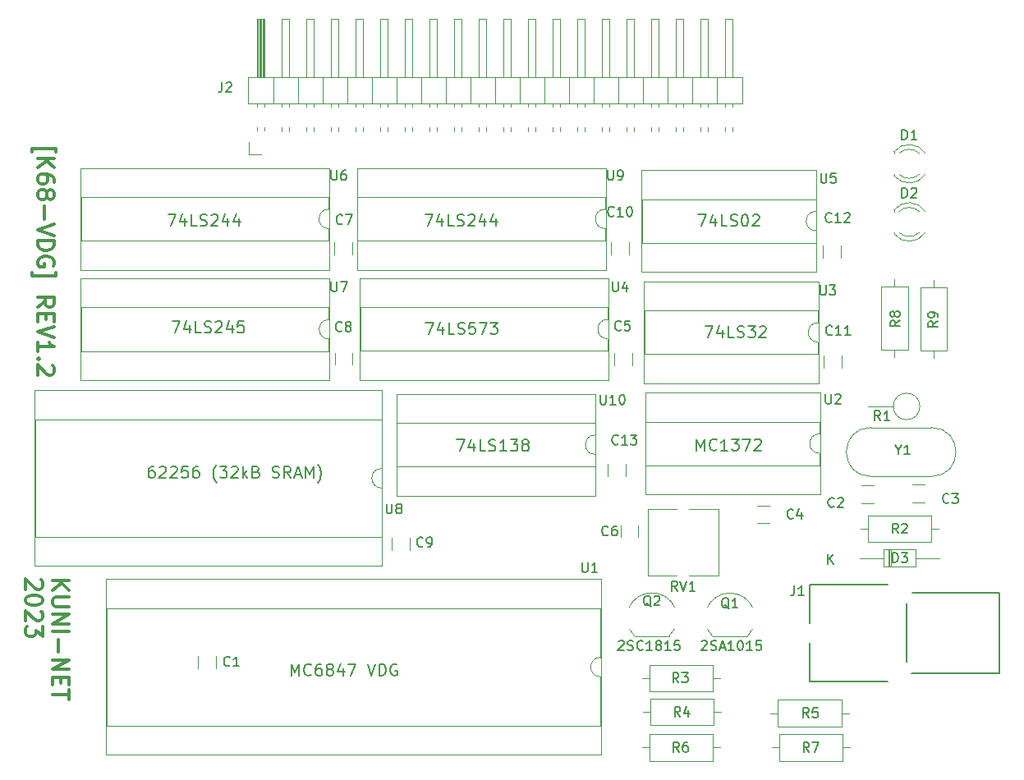
<source format=gto>
G04 #@! TF.GenerationSoftware,KiCad,Pcbnew,(6.0.4-0)*
G04 #@! TF.CreationDate,2023-01-21T11:19:45+09:00*
G04 #@! TF.ProjectId,K68-VDG,4b36382d-5644-4472-9e6b-696361645f70,rev?*
G04 #@! TF.SameCoordinates,PX8583b00PY93d1cc0*
G04 #@! TF.FileFunction,Legend,Top*
G04 #@! TF.FilePolarity,Positive*
%FSLAX46Y46*%
G04 Gerber Fmt 4.6, Leading zero omitted, Abs format (unit mm)*
G04 Created by KiCad (PCBNEW (6.0.4-0)) date 2023-01-21 11:19:45*
%MOMM*%
%LPD*%
G01*
G04 APERTURE LIST*
%ADD10C,0.200000*%
%ADD11C,0.300000*%
%ADD12C,0.150000*%
%ADD13C,0.120000*%
G04 APERTURE END LIST*
D10*
X16837142Y46997143D02*
X17637142Y46997143D01*
X17122857Y45797143D01*
X18608571Y46597143D02*
X18608571Y45797143D01*
X18322857Y47054286D02*
X18037142Y46197143D01*
X18780000Y46197143D01*
X19808571Y45797143D02*
X19237142Y45797143D01*
X19237142Y46997143D01*
X20151428Y45854286D02*
X20322857Y45797143D01*
X20608571Y45797143D01*
X20722857Y45854286D01*
X20780000Y45911429D01*
X20837142Y46025715D01*
X20837142Y46140000D01*
X20780000Y46254286D01*
X20722857Y46311429D01*
X20608571Y46368572D01*
X20380000Y46425715D01*
X20265714Y46482858D01*
X20208571Y46540000D01*
X20151428Y46654286D01*
X20151428Y46768572D01*
X20208571Y46882858D01*
X20265714Y46940000D01*
X20380000Y46997143D01*
X20665714Y46997143D01*
X20837142Y46940000D01*
X21294285Y46882858D02*
X21351428Y46940000D01*
X21465714Y46997143D01*
X21751428Y46997143D01*
X21865714Y46940000D01*
X21922857Y46882858D01*
X21980000Y46768572D01*
X21980000Y46654286D01*
X21922857Y46482858D01*
X21237142Y45797143D01*
X21980000Y45797143D01*
X23008571Y46597143D02*
X23008571Y45797143D01*
X22722857Y47054286D02*
X22437142Y46197143D01*
X23180000Y46197143D01*
X24208571Y46997143D02*
X23637142Y46997143D01*
X23580000Y46425715D01*
X23637142Y46482858D01*
X23751428Y46540000D01*
X24037142Y46540000D01*
X24151428Y46482858D01*
X24208571Y46425715D01*
X24265714Y46311429D01*
X24265714Y46025715D01*
X24208571Y45911429D01*
X24151428Y45854286D01*
X24037142Y45797143D01*
X23751428Y45797143D01*
X23637142Y45854286D01*
X23580000Y45911429D01*
X14938571Y32017143D02*
X14710000Y32017143D01*
X14595714Y31960000D01*
X14538571Y31902858D01*
X14424285Y31731429D01*
X14367142Y31502858D01*
X14367142Y31045715D01*
X14424285Y30931429D01*
X14481428Y30874286D01*
X14595714Y30817143D01*
X14824285Y30817143D01*
X14938571Y30874286D01*
X14995714Y30931429D01*
X15052857Y31045715D01*
X15052857Y31331429D01*
X14995714Y31445715D01*
X14938571Y31502858D01*
X14824285Y31560000D01*
X14595714Y31560000D01*
X14481428Y31502858D01*
X14424285Y31445715D01*
X14367142Y31331429D01*
X15510000Y31902858D02*
X15567142Y31960000D01*
X15681428Y32017143D01*
X15967142Y32017143D01*
X16081428Y31960000D01*
X16138571Y31902858D01*
X16195714Y31788572D01*
X16195714Y31674286D01*
X16138571Y31502858D01*
X15452857Y30817143D01*
X16195714Y30817143D01*
X16652857Y31902858D02*
X16710000Y31960000D01*
X16824285Y32017143D01*
X17110000Y32017143D01*
X17224285Y31960000D01*
X17281428Y31902858D01*
X17338571Y31788572D01*
X17338571Y31674286D01*
X17281428Y31502858D01*
X16595714Y30817143D01*
X17338571Y30817143D01*
X18424285Y32017143D02*
X17852857Y32017143D01*
X17795714Y31445715D01*
X17852857Y31502858D01*
X17967142Y31560000D01*
X18252857Y31560000D01*
X18367142Y31502858D01*
X18424285Y31445715D01*
X18481428Y31331429D01*
X18481428Y31045715D01*
X18424285Y30931429D01*
X18367142Y30874286D01*
X18252857Y30817143D01*
X17967142Y30817143D01*
X17852857Y30874286D01*
X17795714Y30931429D01*
X19510000Y32017143D02*
X19281428Y32017143D01*
X19167142Y31960000D01*
X19110000Y31902858D01*
X18995714Y31731429D01*
X18938571Y31502858D01*
X18938571Y31045715D01*
X18995714Y30931429D01*
X19052857Y30874286D01*
X19167142Y30817143D01*
X19395714Y30817143D01*
X19510000Y30874286D01*
X19567142Y30931429D01*
X19624285Y31045715D01*
X19624285Y31331429D01*
X19567142Y31445715D01*
X19510000Y31502858D01*
X19395714Y31560000D01*
X19167142Y31560000D01*
X19052857Y31502858D01*
X18995714Y31445715D01*
X18938571Y31331429D01*
X21395714Y30360000D02*
X21338571Y30417143D01*
X21224285Y30588572D01*
X21167142Y30702858D01*
X21110000Y30874286D01*
X21052857Y31160000D01*
X21052857Y31388572D01*
X21110000Y31674286D01*
X21167142Y31845715D01*
X21224285Y31960000D01*
X21338571Y32131429D01*
X21395714Y32188572D01*
X21738571Y32017143D02*
X22481428Y32017143D01*
X22081428Y31560000D01*
X22252857Y31560000D01*
X22367142Y31502858D01*
X22424285Y31445715D01*
X22481428Y31331429D01*
X22481428Y31045715D01*
X22424285Y30931429D01*
X22367142Y30874286D01*
X22252857Y30817143D01*
X21910000Y30817143D01*
X21795714Y30874286D01*
X21738571Y30931429D01*
X22938571Y31902858D02*
X22995714Y31960000D01*
X23110000Y32017143D01*
X23395714Y32017143D01*
X23510000Y31960000D01*
X23567142Y31902858D01*
X23624285Y31788572D01*
X23624285Y31674286D01*
X23567142Y31502858D01*
X22881428Y30817143D01*
X23624285Y30817143D01*
X24138571Y30817143D02*
X24138571Y32017143D01*
X24252857Y31274286D02*
X24595714Y30817143D01*
X24595714Y31617143D02*
X24138571Y31160000D01*
X25510000Y31445715D02*
X25681428Y31388572D01*
X25738571Y31331429D01*
X25795714Y31217143D01*
X25795714Y31045715D01*
X25738571Y30931429D01*
X25681428Y30874286D01*
X25567142Y30817143D01*
X25110000Y30817143D01*
X25110000Y32017143D01*
X25510000Y32017143D01*
X25624285Y31960000D01*
X25681428Y31902858D01*
X25738571Y31788572D01*
X25738571Y31674286D01*
X25681428Y31560000D01*
X25624285Y31502858D01*
X25510000Y31445715D01*
X25110000Y31445715D01*
X27167142Y30874286D02*
X27338571Y30817143D01*
X27624285Y30817143D01*
X27738571Y30874286D01*
X27795714Y30931429D01*
X27852857Y31045715D01*
X27852857Y31160000D01*
X27795714Y31274286D01*
X27738571Y31331429D01*
X27624285Y31388572D01*
X27395714Y31445715D01*
X27281428Y31502858D01*
X27224285Y31560000D01*
X27167142Y31674286D01*
X27167142Y31788572D01*
X27224285Y31902858D01*
X27281428Y31960000D01*
X27395714Y32017143D01*
X27681428Y32017143D01*
X27852857Y31960000D01*
X29052857Y30817143D02*
X28652857Y31388572D01*
X28367142Y30817143D02*
X28367142Y32017143D01*
X28824285Y32017143D01*
X28938571Y31960000D01*
X28995714Y31902858D01*
X29052857Y31788572D01*
X29052857Y31617143D01*
X28995714Y31502858D01*
X28938571Y31445715D01*
X28824285Y31388572D01*
X28367142Y31388572D01*
X29510000Y31160000D02*
X30081428Y31160000D01*
X29395714Y30817143D02*
X29795714Y32017143D01*
X30195714Y30817143D01*
X30595714Y30817143D02*
X30595714Y32017143D01*
X30995714Y31160000D01*
X31395714Y32017143D01*
X31395714Y30817143D01*
X31852857Y30360000D02*
X31910000Y30417143D01*
X32024285Y30588572D01*
X32081428Y30702858D01*
X32138571Y30874286D01*
X32195714Y31160000D01*
X32195714Y31388572D01*
X32138571Y31674286D01*
X32081428Y31845715D01*
X32024285Y31960000D01*
X31910000Y32131429D01*
X31852857Y32188572D01*
D11*
X4479452Y20230239D02*
X6179452Y20230239D01*
X4479452Y19258810D02*
X5450880Y19987381D01*
X6179452Y19258810D02*
X5208023Y20230239D01*
X6179452Y18530239D02*
X4803261Y18530239D01*
X4641357Y18449286D01*
X4560404Y18368334D01*
X4479452Y18206429D01*
X4479452Y17882620D01*
X4560404Y17720715D01*
X4641357Y17639762D01*
X4803261Y17558810D01*
X6179452Y17558810D01*
X4479452Y16749286D02*
X6179452Y16749286D01*
X4479452Y15777858D01*
X6179452Y15777858D01*
X4479452Y14968334D02*
X6179452Y14968334D01*
X5127071Y14158810D02*
X5127071Y12863572D01*
X4479452Y12054048D02*
X6179452Y12054048D01*
X4479452Y11082620D01*
X6179452Y11082620D01*
X5369928Y10273096D02*
X5369928Y9706429D01*
X4479452Y9463572D02*
X4479452Y10273096D01*
X6179452Y10273096D01*
X6179452Y9463572D01*
X6179452Y8977858D02*
X6179452Y8006429D01*
X4479452Y8492143D02*
X6179452Y8492143D01*
X3280547Y20311191D02*
X3361500Y20230239D01*
X3442452Y20068334D01*
X3442452Y19663572D01*
X3361500Y19501667D01*
X3280547Y19420715D01*
X3118642Y19339762D01*
X2956738Y19339762D01*
X2713880Y19420715D01*
X1742452Y20392143D01*
X1742452Y19339762D01*
X3442452Y18287381D02*
X3442452Y18125477D01*
X3361500Y17963572D01*
X3280547Y17882620D01*
X3118642Y17801667D01*
X2794833Y17720715D01*
X2390071Y17720715D01*
X2066261Y17801667D01*
X1904357Y17882620D01*
X1823404Y17963572D01*
X1742452Y18125477D01*
X1742452Y18287381D01*
X1823404Y18449286D01*
X1904357Y18530239D01*
X2066261Y18611191D01*
X2390071Y18692143D01*
X2794833Y18692143D01*
X3118642Y18611191D01*
X3280547Y18530239D01*
X3361500Y18449286D01*
X3442452Y18287381D01*
X3280547Y17073096D02*
X3361500Y16992143D01*
X3442452Y16830239D01*
X3442452Y16425477D01*
X3361500Y16263572D01*
X3280547Y16182620D01*
X3118642Y16101667D01*
X2956738Y16101667D01*
X2713880Y16182620D01*
X1742452Y17154048D01*
X1742452Y16101667D01*
X3442452Y15535000D02*
X3442452Y14482620D01*
X2794833Y15049286D01*
X2794833Y14806429D01*
X2713880Y14644524D01*
X2632928Y14563572D01*
X2471023Y14482620D01*
X2066261Y14482620D01*
X1904357Y14563572D01*
X1823404Y14644524D01*
X1742452Y14806429D01*
X1742452Y15292143D01*
X1823404Y15454048D01*
X1904357Y15535000D01*
D10*
X46167142Y34787143D02*
X46967142Y34787143D01*
X46452857Y33587143D01*
X47938571Y34387143D02*
X47938571Y33587143D01*
X47652857Y34844286D02*
X47367142Y33987143D01*
X48110000Y33987143D01*
X49138571Y33587143D02*
X48567142Y33587143D01*
X48567142Y34787143D01*
X49481428Y33644286D02*
X49652857Y33587143D01*
X49938571Y33587143D01*
X50052857Y33644286D01*
X50110000Y33701429D01*
X50167142Y33815715D01*
X50167142Y33930000D01*
X50110000Y34044286D01*
X50052857Y34101429D01*
X49938571Y34158572D01*
X49710000Y34215715D01*
X49595714Y34272858D01*
X49538571Y34330000D01*
X49481428Y34444286D01*
X49481428Y34558572D01*
X49538571Y34672858D01*
X49595714Y34730000D01*
X49710000Y34787143D01*
X49995714Y34787143D01*
X50167142Y34730000D01*
X51310000Y33587143D02*
X50624285Y33587143D01*
X50967142Y33587143D02*
X50967142Y34787143D01*
X50852857Y34615715D01*
X50738571Y34501429D01*
X50624285Y34444286D01*
X51710000Y34787143D02*
X52452857Y34787143D01*
X52052857Y34330000D01*
X52224285Y34330000D01*
X52338571Y34272858D01*
X52395714Y34215715D01*
X52452857Y34101429D01*
X52452857Y33815715D01*
X52395714Y33701429D01*
X52338571Y33644286D01*
X52224285Y33587143D01*
X51881428Y33587143D01*
X51767142Y33644286D01*
X51710000Y33701429D01*
X53138571Y34272858D02*
X53024285Y34330000D01*
X52967142Y34387143D01*
X52910000Y34501429D01*
X52910000Y34558572D01*
X52967142Y34672858D01*
X53024285Y34730000D01*
X53138571Y34787143D01*
X53367142Y34787143D01*
X53481428Y34730000D01*
X53538571Y34672858D01*
X53595714Y34558572D01*
X53595714Y34501429D01*
X53538571Y34387143D01*
X53481428Y34330000D01*
X53367142Y34272858D01*
X53138571Y34272858D01*
X53024285Y34215715D01*
X52967142Y34158572D01*
X52910000Y34044286D01*
X52910000Y33815715D01*
X52967142Y33701429D01*
X53024285Y33644286D01*
X53138571Y33587143D01*
X53367142Y33587143D01*
X53481428Y33644286D01*
X53538571Y33701429D01*
X53595714Y33815715D01*
X53595714Y34044286D01*
X53538571Y34158572D01*
X53481428Y34215715D01*
X53367142Y34272858D01*
X29092857Y10427143D02*
X29092857Y11627143D01*
X29492857Y10770000D01*
X29892857Y11627143D01*
X29892857Y10427143D01*
X31150000Y10541429D02*
X31092857Y10484286D01*
X30921428Y10427143D01*
X30807142Y10427143D01*
X30635714Y10484286D01*
X30521428Y10598572D01*
X30464285Y10712858D01*
X30407142Y10941429D01*
X30407142Y11112858D01*
X30464285Y11341429D01*
X30521428Y11455715D01*
X30635714Y11570000D01*
X30807142Y11627143D01*
X30921428Y11627143D01*
X31092857Y11570000D01*
X31150000Y11512858D01*
X32178571Y11627143D02*
X31950000Y11627143D01*
X31835714Y11570000D01*
X31778571Y11512858D01*
X31664285Y11341429D01*
X31607142Y11112858D01*
X31607142Y10655715D01*
X31664285Y10541429D01*
X31721428Y10484286D01*
X31835714Y10427143D01*
X32064285Y10427143D01*
X32178571Y10484286D01*
X32235714Y10541429D01*
X32292857Y10655715D01*
X32292857Y10941429D01*
X32235714Y11055715D01*
X32178571Y11112858D01*
X32064285Y11170000D01*
X31835714Y11170000D01*
X31721428Y11112858D01*
X31664285Y11055715D01*
X31607142Y10941429D01*
X32978571Y11112858D02*
X32864285Y11170000D01*
X32807142Y11227143D01*
X32750000Y11341429D01*
X32750000Y11398572D01*
X32807142Y11512858D01*
X32864285Y11570000D01*
X32978571Y11627143D01*
X33207142Y11627143D01*
X33321428Y11570000D01*
X33378571Y11512858D01*
X33435714Y11398572D01*
X33435714Y11341429D01*
X33378571Y11227143D01*
X33321428Y11170000D01*
X33207142Y11112858D01*
X32978571Y11112858D01*
X32864285Y11055715D01*
X32807142Y10998572D01*
X32750000Y10884286D01*
X32750000Y10655715D01*
X32807142Y10541429D01*
X32864285Y10484286D01*
X32978571Y10427143D01*
X33207142Y10427143D01*
X33321428Y10484286D01*
X33378571Y10541429D01*
X33435714Y10655715D01*
X33435714Y10884286D01*
X33378571Y10998572D01*
X33321428Y11055715D01*
X33207142Y11112858D01*
X34464285Y11227143D02*
X34464285Y10427143D01*
X34178571Y11684286D02*
X33892857Y10827143D01*
X34635714Y10827143D01*
X34978571Y11627143D02*
X35778571Y11627143D01*
X35264285Y10427143D01*
X36978571Y11627143D02*
X37378571Y10427143D01*
X37778571Y11627143D01*
X38178571Y10427143D02*
X38178571Y11627143D01*
X38464285Y11627143D01*
X38635714Y11570000D01*
X38750000Y11455715D01*
X38807142Y11341429D01*
X38864285Y11112858D01*
X38864285Y10941429D01*
X38807142Y10712858D01*
X38750000Y10598572D01*
X38635714Y10484286D01*
X38464285Y10427143D01*
X38178571Y10427143D01*
X40007142Y11570000D02*
X39892857Y11627143D01*
X39721428Y11627143D01*
X39550000Y11570000D01*
X39435714Y11455715D01*
X39378571Y11341429D01*
X39321428Y11112858D01*
X39321428Y10941429D01*
X39378571Y10712858D01*
X39435714Y10598572D01*
X39550000Y10484286D01*
X39721428Y10427143D01*
X39835714Y10427143D01*
X40007142Y10484286D01*
X40064285Y10541429D01*
X40064285Y10941429D01*
X39835714Y10941429D01*
X42897142Y58007143D02*
X43697142Y58007143D01*
X43182857Y56807143D01*
X44668571Y57607143D02*
X44668571Y56807143D01*
X44382857Y58064286D02*
X44097142Y57207143D01*
X44840000Y57207143D01*
X45868571Y56807143D02*
X45297142Y56807143D01*
X45297142Y58007143D01*
X46211428Y56864286D02*
X46382857Y56807143D01*
X46668571Y56807143D01*
X46782857Y56864286D01*
X46840000Y56921429D01*
X46897142Y57035715D01*
X46897142Y57150000D01*
X46840000Y57264286D01*
X46782857Y57321429D01*
X46668571Y57378572D01*
X46440000Y57435715D01*
X46325714Y57492858D01*
X46268571Y57550000D01*
X46211428Y57664286D01*
X46211428Y57778572D01*
X46268571Y57892858D01*
X46325714Y57950000D01*
X46440000Y58007143D01*
X46725714Y58007143D01*
X46897142Y57950000D01*
X47354285Y57892858D02*
X47411428Y57950000D01*
X47525714Y58007143D01*
X47811428Y58007143D01*
X47925714Y57950000D01*
X47982857Y57892858D01*
X48040000Y57778572D01*
X48040000Y57664286D01*
X47982857Y57492858D01*
X47297142Y56807143D01*
X48040000Y56807143D01*
X49068571Y57607143D02*
X49068571Y56807143D01*
X48782857Y58064286D02*
X48497142Y57207143D01*
X49240000Y57207143D01*
X50211428Y57607143D02*
X50211428Y56807143D01*
X49925714Y58064286D02*
X49640000Y57207143D01*
X50382857Y57207143D01*
D11*
X2394285Y64419286D02*
X2394285Y64824048D01*
X4822857Y64824048D01*
X4822857Y64419286D01*
X2960952Y63771667D02*
X4660952Y63771667D01*
X2960952Y62800239D02*
X3932380Y63528810D01*
X4660952Y62800239D02*
X3689523Y63771667D01*
X4660952Y61343096D02*
X4660952Y61666905D01*
X4580000Y61828810D01*
X4499047Y61909762D01*
X4256190Y62071667D01*
X3932380Y62152620D01*
X3284761Y62152620D01*
X3122857Y62071667D01*
X3041904Y61990715D01*
X2960952Y61828810D01*
X2960952Y61505000D01*
X3041904Y61343096D01*
X3122857Y61262143D01*
X3284761Y61181191D01*
X3689523Y61181191D01*
X3851428Y61262143D01*
X3932380Y61343096D01*
X4013333Y61505000D01*
X4013333Y61828810D01*
X3932380Y61990715D01*
X3851428Y62071667D01*
X3689523Y62152620D01*
X3932380Y60209762D02*
X4013333Y60371667D01*
X4094285Y60452620D01*
X4256190Y60533572D01*
X4337142Y60533572D01*
X4499047Y60452620D01*
X4580000Y60371667D01*
X4660952Y60209762D01*
X4660952Y59885953D01*
X4580000Y59724048D01*
X4499047Y59643096D01*
X4337142Y59562143D01*
X4256190Y59562143D01*
X4094285Y59643096D01*
X4013333Y59724048D01*
X3932380Y59885953D01*
X3932380Y60209762D01*
X3851428Y60371667D01*
X3770476Y60452620D01*
X3608571Y60533572D01*
X3284761Y60533572D01*
X3122857Y60452620D01*
X3041904Y60371667D01*
X2960952Y60209762D01*
X2960952Y59885953D01*
X3041904Y59724048D01*
X3122857Y59643096D01*
X3284761Y59562143D01*
X3608571Y59562143D01*
X3770476Y59643096D01*
X3851428Y59724048D01*
X3932380Y59885953D01*
X3608571Y58833572D02*
X3608571Y57538334D01*
X4660952Y56971667D02*
X2960952Y56405000D01*
X4660952Y55838334D01*
X2960952Y55271667D02*
X4660952Y55271667D01*
X4660952Y54866905D01*
X4580000Y54624048D01*
X4418095Y54462143D01*
X4256190Y54381191D01*
X3932380Y54300239D01*
X3689523Y54300239D01*
X3365714Y54381191D01*
X3203809Y54462143D01*
X3041904Y54624048D01*
X2960952Y54866905D01*
X2960952Y55271667D01*
X4580000Y52681191D02*
X4660952Y52843096D01*
X4660952Y53085953D01*
X4580000Y53328810D01*
X4418095Y53490715D01*
X4256190Y53571667D01*
X3932380Y53652620D01*
X3689523Y53652620D01*
X3365714Y53571667D01*
X3203809Y53490715D01*
X3041904Y53328810D01*
X2960952Y53085953D01*
X2960952Y52924048D01*
X3041904Y52681191D01*
X3122857Y52600239D01*
X3689523Y52600239D01*
X3689523Y52924048D01*
X2394285Y52033572D02*
X2394285Y51628810D01*
X4822857Y51628810D01*
X4822857Y52033572D01*
X2960952Y48471667D02*
X3770476Y49038334D01*
X2960952Y49443096D02*
X4660952Y49443096D01*
X4660952Y48795477D01*
X4580000Y48633572D01*
X4499047Y48552620D01*
X4337142Y48471667D01*
X4094285Y48471667D01*
X3932380Y48552620D01*
X3851428Y48633572D01*
X3770476Y48795477D01*
X3770476Y49443096D01*
X3851428Y47743096D02*
X3851428Y47176429D01*
X2960952Y46933572D02*
X2960952Y47743096D01*
X4660952Y47743096D01*
X4660952Y46933572D01*
X4660952Y46447858D02*
X2960952Y45881191D01*
X4660952Y45314524D01*
X2960952Y43857381D02*
X2960952Y44828810D01*
X2960952Y44343096D02*
X4660952Y44343096D01*
X4418095Y44505000D01*
X4256190Y44666905D01*
X4175238Y44828810D01*
X3122857Y43128810D02*
X3041904Y43047858D01*
X2960952Y43128810D01*
X3041904Y43209762D01*
X3122857Y43128810D01*
X2960952Y43128810D01*
X4499047Y42400239D02*
X4580000Y42319286D01*
X4660952Y42157381D01*
X4660952Y41752620D01*
X4580000Y41590715D01*
X4499047Y41509762D01*
X4337142Y41428810D01*
X4175238Y41428810D01*
X3932380Y41509762D01*
X2960952Y42481191D01*
X2960952Y41428810D01*
D12*
X71404761Y13952381D02*
X71452380Y14000000D01*
X71547619Y14047620D01*
X71785714Y14047620D01*
X71880952Y14000000D01*
X71928571Y13952381D01*
X71976190Y13857143D01*
X71976190Y13761905D01*
X71928571Y13619048D01*
X71357142Y13047620D01*
X71976190Y13047620D01*
X72357142Y13095239D02*
X72500000Y13047620D01*
X72738095Y13047620D01*
X72833333Y13095239D01*
X72880952Y13142858D01*
X72928571Y13238096D01*
X72928571Y13333334D01*
X72880952Y13428572D01*
X72833333Y13476191D01*
X72738095Y13523810D01*
X72547619Y13571429D01*
X72452380Y13619048D01*
X72404761Y13666667D01*
X72357142Y13761905D01*
X72357142Y13857143D01*
X72404761Y13952381D01*
X72452380Y14000000D01*
X72547619Y14047620D01*
X72785714Y14047620D01*
X72928571Y14000000D01*
X73309523Y13333334D02*
X73785714Y13333334D01*
X73214285Y13047620D02*
X73547619Y14047620D01*
X73880952Y13047620D01*
X74738095Y13047620D02*
X74166666Y13047620D01*
X74452380Y13047620D02*
X74452380Y14047620D01*
X74357142Y13904762D01*
X74261904Y13809524D01*
X74166666Y13761905D01*
X75357142Y14047620D02*
X75452380Y14047620D01*
X75547619Y14000000D01*
X75595238Y13952381D01*
X75642857Y13857143D01*
X75690476Y13666667D01*
X75690476Y13428572D01*
X75642857Y13238096D01*
X75595238Y13142858D01*
X75547619Y13095239D01*
X75452380Y13047620D01*
X75357142Y13047620D01*
X75261904Y13095239D01*
X75214285Y13142858D01*
X75166666Y13238096D01*
X75119047Y13428572D01*
X75119047Y13666667D01*
X75166666Y13857143D01*
X75214285Y13952381D01*
X75261904Y14000000D01*
X75357142Y14047620D01*
X76642857Y13047620D02*
X76071428Y13047620D01*
X76357142Y13047620D02*
X76357142Y14047620D01*
X76261904Y13904762D01*
X76166666Y13809524D01*
X76071428Y13761905D01*
X77547619Y14047620D02*
X77071428Y14047620D01*
X77023809Y13571429D01*
X77071428Y13619048D01*
X77166666Y13666667D01*
X77404761Y13666667D01*
X77500000Y13619048D01*
X77547619Y13571429D01*
X77595238Y13476191D01*
X77595238Y13238096D01*
X77547619Y13142858D01*
X77500000Y13095239D01*
X77404761Y13047620D01*
X77166666Y13047620D01*
X77071428Y13095239D01*
X77023809Y13142858D01*
D10*
X71788571Y46497143D02*
X72588571Y46497143D01*
X72074285Y45297143D01*
X73560000Y46097143D02*
X73560000Y45297143D01*
X73274285Y46554286D02*
X72988571Y45697143D01*
X73731428Y45697143D01*
X74760000Y45297143D02*
X74188571Y45297143D01*
X74188571Y46497143D01*
X75102857Y45354286D02*
X75274285Y45297143D01*
X75560000Y45297143D01*
X75674285Y45354286D01*
X75731428Y45411429D01*
X75788571Y45525715D01*
X75788571Y45640000D01*
X75731428Y45754286D01*
X75674285Y45811429D01*
X75560000Y45868572D01*
X75331428Y45925715D01*
X75217142Y45982858D01*
X75160000Y46040000D01*
X75102857Y46154286D01*
X75102857Y46268572D01*
X75160000Y46382858D01*
X75217142Y46440000D01*
X75331428Y46497143D01*
X75617142Y46497143D01*
X75788571Y46440000D01*
X76188571Y46497143D02*
X76931428Y46497143D01*
X76531428Y46040000D01*
X76702857Y46040000D01*
X76817142Y45982858D01*
X76874285Y45925715D01*
X76931428Y45811429D01*
X76931428Y45525715D01*
X76874285Y45411429D01*
X76817142Y45354286D01*
X76702857Y45297143D01*
X76360000Y45297143D01*
X76245714Y45354286D01*
X76188571Y45411429D01*
X77388571Y46382858D02*
X77445714Y46440000D01*
X77560000Y46497143D01*
X77845714Y46497143D01*
X77960000Y46440000D01*
X78017142Y46382858D01*
X78074285Y46268572D01*
X78074285Y46154286D01*
X78017142Y45982858D01*
X77331428Y45297143D01*
X78074285Y45297143D01*
X70904285Y33647143D02*
X70904285Y34847143D01*
X71304285Y33990000D01*
X71704285Y34847143D01*
X71704285Y33647143D01*
X72961428Y33761429D02*
X72904285Y33704286D01*
X72732857Y33647143D01*
X72618571Y33647143D01*
X72447142Y33704286D01*
X72332857Y33818572D01*
X72275714Y33932858D01*
X72218571Y34161429D01*
X72218571Y34332858D01*
X72275714Y34561429D01*
X72332857Y34675715D01*
X72447142Y34790000D01*
X72618571Y34847143D01*
X72732857Y34847143D01*
X72904285Y34790000D01*
X72961428Y34732858D01*
X74104285Y33647143D02*
X73418571Y33647143D01*
X73761428Y33647143D02*
X73761428Y34847143D01*
X73647142Y34675715D01*
X73532857Y34561429D01*
X73418571Y34504286D01*
X74504285Y34847143D02*
X75247142Y34847143D01*
X74847142Y34390000D01*
X75018571Y34390000D01*
X75132857Y34332858D01*
X75190000Y34275715D01*
X75247142Y34161429D01*
X75247142Y33875715D01*
X75190000Y33761429D01*
X75132857Y33704286D01*
X75018571Y33647143D01*
X74675714Y33647143D01*
X74561428Y33704286D01*
X74504285Y33761429D01*
X75647142Y34847143D02*
X76447142Y34847143D01*
X75932857Y33647143D01*
X76847142Y34732858D02*
X76904285Y34790000D01*
X77018571Y34847143D01*
X77304285Y34847143D01*
X77418571Y34790000D01*
X77475714Y34732858D01*
X77532857Y34618572D01*
X77532857Y34504286D01*
X77475714Y34332858D01*
X76790000Y33647143D01*
X77532857Y33647143D01*
X16397142Y58007143D02*
X17197142Y58007143D01*
X16682857Y56807143D01*
X18168571Y57607143D02*
X18168571Y56807143D01*
X17882857Y58064286D02*
X17597142Y57207143D01*
X18340000Y57207143D01*
X19368571Y56807143D02*
X18797142Y56807143D01*
X18797142Y58007143D01*
X19711428Y56864286D02*
X19882857Y56807143D01*
X20168571Y56807143D01*
X20282857Y56864286D01*
X20340000Y56921429D01*
X20397142Y57035715D01*
X20397142Y57150000D01*
X20340000Y57264286D01*
X20282857Y57321429D01*
X20168571Y57378572D01*
X19940000Y57435715D01*
X19825714Y57492858D01*
X19768571Y57550000D01*
X19711428Y57664286D01*
X19711428Y57778572D01*
X19768571Y57892858D01*
X19825714Y57950000D01*
X19940000Y58007143D01*
X20225714Y58007143D01*
X20397142Y57950000D01*
X20854285Y57892858D02*
X20911428Y57950000D01*
X21025714Y58007143D01*
X21311428Y58007143D01*
X21425714Y57950000D01*
X21482857Y57892858D01*
X21540000Y57778572D01*
X21540000Y57664286D01*
X21482857Y57492858D01*
X20797142Y56807143D01*
X21540000Y56807143D01*
X22568571Y57607143D02*
X22568571Y56807143D01*
X22282857Y58064286D02*
X21997142Y57207143D01*
X22740000Y57207143D01*
X23711428Y57607143D02*
X23711428Y56807143D01*
X23425714Y58064286D02*
X23140000Y57207143D01*
X23882857Y57207143D01*
X71078571Y57987143D02*
X71878571Y57987143D01*
X71364285Y56787143D01*
X72850000Y57587143D02*
X72850000Y56787143D01*
X72564285Y58044286D02*
X72278571Y57187143D01*
X73021428Y57187143D01*
X74050000Y56787143D02*
X73478571Y56787143D01*
X73478571Y57987143D01*
X74392857Y56844286D02*
X74564285Y56787143D01*
X74850000Y56787143D01*
X74964285Y56844286D01*
X75021428Y56901429D01*
X75078571Y57015715D01*
X75078571Y57130000D01*
X75021428Y57244286D01*
X74964285Y57301429D01*
X74850000Y57358572D01*
X74621428Y57415715D01*
X74507142Y57472858D01*
X74450000Y57530000D01*
X74392857Y57644286D01*
X74392857Y57758572D01*
X74450000Y57872858D01*
X74507142Y57930000D01*
X74621428Y57987143D01*
X74907142Y57987143D01*
X75078571Y57930000D01*
X75821428Y57987143D02*
X75935714Y57987143D01*
X76050000Y57930000D01*
X76107142Y57872858D01*
X76164285Y57758572D01*
X76221428Y57530000D01*
X76221428Y57244286D01*
X76164285Y57015715D01*
X76107142Y56901429D01*
X76050000Y56844286D01*
X75935714Y56787143D01*
X75821428Y56787143D01*
X75707142Y56844286D01*
X75650000Y56901429D01*
X75592857Y57015715D01*
X75535714Y57244286D01*
X75535714Y57530000D01*
X75592857Y57758572D01*
X75650000Y57872858D01*
X75707142Y57930000D01*
X75821428Y57987143D01*
X76678571Y57872858D02*
X76735714Y57930000D01*
X76850000Y57987143D01*
X77135714Y57987143D01*
X77250000Y57930000D01*
X77307142Y57872858D01*
X77364285Y57758572D01*
X77364285Y57644286D01*
X77307142Y57472858D01*
X76621428Y56787143D01*
X77364285Y56787143D01*
D12*
X62833333Y13952381D02*
X62880952Y14000000D01*
X62976190Y14047620D01*
X63214285Y14047620D01*
X63309523Y14000000D01*
X63357142Y13952381D01*
X63404761Y13857143D01*
X63404761Y13761905D01*
X63357142Y13619048D01*
X62785714Y13047620D01*
X63404761Y13047620D01*
X63785714Y13095239D02*
X63928571Y13047620D01*
X64166666Y13047620D01*
X64261904Y13095239D01*
X64309523Y13142858D01*
X64357142Y13238096D01*
X64357142Y13333334D01*
X64309523Y13428572D01*
X64261904Y13476191D01*
X64166666Y13523810D01*
X63976190Y13571429D01*
X63880952Y13619048D01*
X63833333Y13666667D01*
X63785714Y13761905D01*
X63785714Y13857143D01*
X63833333Y13952381D01*
X63880952Y14000000D01*
X63976190Y14047620D01*
X64214285Y14047620D01*
X64357142Y14000000D01*
X65357142Y13142858D02*
X65309523Y13095239D01*
X65166666Y13047620D01*
X65071428Y13047620D01*
X64928571Y13095239D01*
X64833333Y13190477D01*
X64785714Y13285715D01*
X64738095Y13476191D01*
X64738095Y13619048D01*
X64785714Y13809524D01*
X64833333Y13904762D01*
X64928571Y14000000D01*
X65071428Y14047620D01*
X65166666Y14047620D01*
X65309523Y14000000D01*
X65357142Y13952381D01*
X66309523Y13047620D02*
X65738095Y13047620D01*
X66023809Y13047620D02*
X66023809Y14047620D01*
X65928571Y13904762D01*
X65833333Y13809524D01*
X65738095Y13761905D01*
X66880952Y13619048D02*
X66785714Y13666667D01*
X66738095Y13714286D01*
X66690476Y13809524D01*
X66690476Y13857143D01*
X66738095Y13952381D01*
X66785714Y14000000D01*
X66880952Y14047620D01*
X67071428Y14047620D01*
X67166666Y14000000D01*
X67214285Y13952381D01*
X67261904Y13857143D01*
X67261904Y13809524D01*
X67214285Y13714286D01*
X67166666Y13666667D01*
X67071428Y13619048D01*
X66880952Y13619048D01*
X66785714Y13571429D01*
X66738095Y13523810D01*
X66690476Y13428572D01*
X66690476Y13238096D01*
X66738095Y13142858D01*
X66785714Y13095239D01*
X66880952Y13047620D01*
X67071428Y13047620D01*
X67166666Y13095239D01*
X67214285Y13142858D01*
X67261904Y13238096D01*
X67261904Y13428572D01*
X67214285Y13523810D01*
X67166666Y13571429D01*
X67071428Y13619048D01*
X68214285Y13047620D02*
X67642857Y13047620D01*
X67928571Y13047620D02*
X67928571Y14047620D01*
X67833333Y13904762D01*
X67738095Y13809524D01*
X67642857Y13761905D01*
X69119047Y14047620D02*
X68642857Y14047620D01*
X68595238Y13571429D01*
X68642857Y13619048D01*
X68738095Y13666667D01*
X68976190Y13666667D01*
X69071428Y13619048D01*
X69119047Y13571429D01*
X69166666Y13476191D01*
X69166666Y13238096D01*
X69119047Y13142858D01*
X69071428Y13095239D01*
X68976190Y13047620D01*
X68738095Y13047620D01*
X68642857Y13095239D01*
X68595238Y13142858D01*
D10*
X42967142Y46837143D02*
X43767142Y46837143D01*
X43252857Y45637143D01*
X44738571Y46437143D02*
X44738571Y45637143D01*
X44452857Y46894286D02*
X44167142Y46037143D01*
X44910000Y46037143D01*
X45938571Y45637143D02*
X45367142Y45637143D01*
X45367142Y46837143D01*
X46281428Y45694286D02*
X46452857Y45637143D01*
X46738571Y45637143D01*
X46852857Y45694286D01*
X46910000Y45751429D01*
X46967142Y45865715D01*
X46967142Y45980000D01*
X46910000Y46094286D01*
X46852857Y46151429D01*
X46738571Y46208572D01*
X46510000Y46265715D01*
X46395714Y46322858D01*
X46338571Y46380000D01*
X46281428Y46494286D01*
X46281428Y46608572D01*
X46338571Y46722858D01*
X46395714Y46780000D01*
X46510000Y46837143D01*
X46795714Y46837143D01*
X46967142Y46780000D01*
X48052857Y46837143D02*
X47481428Y46837143D01*
X47424285Y46265715D01*
X47481428Y46322858D01*
X47595714Y46380000D01*
X47881428Y46380000D01*
X47995714Y46322858D01*
X48052857Y46265715D01*
X48110000Y46151429D01*
X48110000Y45865715D01*
X48052857Y45751429D01*
X47995714Y45694286D01*
X47881428Y45637143D01*
X47595714Y45637143D01*
X47481428Y45694286D01*
X47424285Y45751429D01*
X48510000Y46837143D02*
X49310000Y46837143D01*
X48795714Y45637143D01*
X49652857Y46837143D02*
X50395714Y46837143D01*
X49995714Y46380000D01*
X50167142Y46380000D01*
X50281428Y46322858D01*
X50338571Y46265715D01*
X50395714Y46151429D01*
X50395714Y45865715D01*
X50338571Y45751429D01*
X50281428Y45694286D01*
X50167142Y45637143D01*
X49824285Y45637143D01*
X49710000Y45694286D01*
X49652857Y45751429D01*
D12*
X22783333Y11502858D02*
X22735714Y11455239D01*
X22592857Y11407620D01*
X22497619Y11407620D01*
X22354761Y11455239D01*
X22259523Y11550477D01*
X22211904Y11645715D01*
X22164285Y11836191D01*
X22164285Y11979048D01*
X22211904Y12169524D01*
X22259523Y12264762D01*
X22354761Y12360000D01*
X22497619Y12407620D01*
X22592857Y12407620D01*
X22735714Y12360000D01*
X22783333Y12312381D01*
X23735714Y11407620D02*
X23164285Y11407620D01*
X23450000Y11407620D02*
X23450000Y12407620D01*
X23354761Y12264762D01*
X23259523Y12169524D01*
X23164285Y12121905D01*
X85073333Y27882858D02*
X85025714Y27835239D01*
X84882857Y27787620D01*
X84787619Y27787620D01*
X84644761Y27835239D01*
X84549523Y27930477D01*
X84501904Y28025715D01*
X84454285Y28216191D01*
X84454285Y28359048D01*
X84501904Y28549524D01*
X84549523Y28644762D01*
X84644761Y28740000D01*
X84787619Y28787620D01*
X84882857Y28787620D01*
X85025714Y28740000D01*
X85073333Y28692381D01*
X85454285Y28692381D02*
X85501904Y28740000D01*
X85597142Y28787620D01*
X85835238Y28787620D01*
X85930476Y28740000D01*
X85978095Y28692381D01*
X86025714Y28597143D01*
X86025714Y28501905D01*
X85978095Y28359048D01*
X85406666Y27787620D01*
X86025714Y27787620D01*
X96893333Y28302858D02*
X96845714Y28255239D01*
X96702857Y28207620D01*
X96607619Y28207620D01*
X96464761Y28255239D01*
X96369523Y28350477D01*
X96321904Y28445715D01*
X96274285Y28636191D01*
X96274285Y28779048D01*
X96321904Y28969524D01*
X96369523Y29064762D01*
X96464761Y29160000D01*
X96607619Y29207620D01*
X96702857Y29207620D01*
X96845714Y29160000D01*
X96893333Y29112381D01*
X97226666Y29207620D02*
X97845714Y29207620D01*
X97512380Y28826667D01*
X97655238Y28826667D01*
X97750476Y28779048D01*
X97798095Y28731429D01*
X97845714Y28636191D01*
X97845714Y28398096D01*
X97798095Y28302858D01*
X97750476Y28255239D01*
X97655238Y28207620D01*
X97369523Y28207620D01*
X97274285Y28255239D01*
X97226666Y28302858D01*
X80853333Y26712858D02*
X80805714Y26665239D01*
X80662857Y26617620D01*
X80567619Y26617620D01*
X80424761Y26665239D01*
X80329523Y26760477D01*
X80281904Y26855715D01*
X80234285Y27046191D01*
X80234285Y27189048D01*
X80281904Y27379524D01*
X80329523Y27474762D01*
X80424761Y27570000D01*
X80567619Y27617620D01*
X80662857Y27617620D01*
X80805714Y27570000D01*
X80853333Y27522381D01*
X81710476Y27284286D02*
X81710476Y26617620D01*
X81472380Y27665239D02*
X81234285Y26950953D01*
X81853333Y26950953D01*
X63093333Y46122858D02*
X63045714Y46075239D01*
X62902857Y46027620D01*
X62807619Y46027620D01*
X62664761Y46075239D01*
X62569523Y46170477D01*
X62521904Y46265715D01*
X62474285Y46456191D01*
X62474285Y46599048D01*
X62521904Y46789524D01*
X62569523Y46884762D01*
X62664761Y46980000D01*
X62807619Y47027620D01*
X62902857Y47027620D01*
X63045714Y46980000D01*
X63093333Y46932381D01*
X63998095Y47027620D02*
X63521904Y47027620D01*
X63474285Y46551429D01*
X63521904Y46599048D01*
X63617142Y46646667D01*
X63855238Y46646667D01*
X63950476Y46599048D01*
X63998095Y46551429D01*
X64045714Y46456191D01*
X64045714Y46218096D01*
X63998095Y46122858D01*
X63950476Y46075239D01*
X63855238Y46027620D01*
X63617142Y46027620D01*
X63521904Y46075239D01*
X63474285Y46122858D01*
X61763333Y24972858D02*
X61715714Y24925239D01*
X61572857Y24877620D01*
X61477619Y24877620D01*
X61334761Y24925239D01*
X61239523Y25020477D01*
X61191904Y25115715D01*
X61144285Y25306191D01*
X61144285Y25449048D01*
X61191904Y25639524D01*
X61239523Y25734762D01*
X61334761Y25830000D01*
X61477619Y25877620D01*
X61572857Y25877620D01*
X61715714Y25830000D01*
X61763333Y25782381D01*
X62620476Y25877620D02*
X62430000Y25877620D01*
X62334761Y25830000D01*
X62287142Y25782381D01*
X62191904Y25639524D01*
X62144285Y25449048D01*
X62144285Y25068096D01*
X62191904Y24972858D01*
X62239523Y24925239D01*
X62334761Y24877620D01*
X62525238Y24877620D01*
X62620476Y24925239D01*
X62668095Y24972858D01*
X62715714Y25068096D01*
X62715714Y25306191D01*
X62668095Y25401429D01*
X62620476Y25449048D01*
X62525238Y25496667D01*
X62334761Y25496667D01*
X62239523Y25449048D01*
X62191904Y25401429D01*
X62144285Y25306191D01*
X34383333Y57062858D02*
X34335714Y57015239D01*
X34192857Y56967620D01*
X34097619Y56967620D01*
X33954761Y57015239D01*
X33859523Y57110477D01*
X33811904Y57205715D01*
X33764285Y57396191D01*
X33764285Y57539048D01*
X33811904Y57729524D01*
X33859523Y57824762D01*
X33954761Y57920000D01*
X34097619Y57967620D01*
X34192857Y57967620D01*
X34335714Y57920000D01*
X34383333Y57872381D01*
X34716666Y57967620D02*
X35383333Y57967620D01*
X34954761Y56967620D01*
X34313333Y46022858D02*
X34265714Y45975239D01*
X34122857Y45927620D01*
X34027619Y45927620D01*
X33884761Y45975239D01*
X33789523Y46070477D01*
X33741904Y46165715D01*
X33694285Y46356191D01*
X33694285Y46499048D01*
X33741904Y46689524D01*
X33789523Y46784762D01*
X33884761Y46880000D01*
X34027619Y46927620D01*
X34122857Y46927620D01*
X34265714Y46880000D01*
X34313333Y46832381D01*
X34884761Y46499048D02*
X34789523Y46546667D01*
X34741904Y46594286D01*
X34694285Y46689524D01*
X34694285Y46737143D01*
X34741904Y46832381D01*
X34789523Y46880000D01*
X34884761Y46927620D01*
X35075238Y46927620D01*
X35170476Y46880000D01*
X35218095Y46832381D01*
X35265714Y46737143D01*
X35265714Y46689524D01*
X35218095Y46594286D01*
X35170476Y46546667D01*
X35075238Y46499048D01*
X34884761Y46499048D01*
X34789523Y46451429D01*
X34741904Y46403810D01*
X34694285Y46308572D01*
X34694285Y46118096D01*
X34741904Y46022858D01*
X34789523Y45975239D01*
X34884761Y45927620D01*
X35075238Y45927620D01*
X35170476Y45975239D01*
X35218095Y46022858D01*
X35265714Y46118096D01*
X35265714Y46308572D01*
X35218095Y46403810D01*
X35170476Y46451429D01*
X35075238Y46499048D01*
X42673333Y23802858D02*
X42625714Y23755239D01*
X42482857Y23707620D01*
X42387619Y23707620D01*
X42244761Y23755239D01*
X42149523Y23850477D01*
X42101904Y23945715D01*
X42054285Y24136191D01*
X42054285Y24279048D01*
X42101904Y24469524D01*
X42149523Y24564762D01*
X42244761Y24660000D01*
X42387619Y24707620D01*
X42482857Y24707620D01*
X42625714Y24660000D01*
X42673333Y24612381D01*
X43149523Y23707620D02*
X43340000Y23707620D01*
X43435238Y23755239D01*
X43482857Y23802858D01*
X43578095Y23945715D01*
X43625714Y24136191D01*
X43625714Y24517143D01*
X43578095Y24612381D01*
X43530476Y24660000D01*
X43435238Y24707620D01*
X43244761Y24707620D01*
X43149523Y24660000D01*
X43101904Y24612381D01*
X43054285Y24517143D01*
X43054285Y24279048D01*
X43101904Y24183810D01*
X43149523Y24136191D01*
X43244761Y24088572D01*
X43435238Y24088572D01*
X43530476Y24136191D01*
X43578095Y24183810D01*
X43625714Y24279048D01*
X62367142Y57892858D02*
X62319523Y57845239D01*
X62176666Y57797620D01*
X62081428Y57797620D01*
X61938571Y57845239D01*
X61843333Y57940477D01*
X61795714Y58035715D01*
X61748095Y58226191D01*
X61748095Y58369048D01*
X61795714Y58559524D01*
X61843333Y58654762D01*
X61938571Y58750000D01*
X62081428Y58797620D01*
X62176666Y58797620D01*
X62319523Y58750000D01*
X62367142Y58702381D01*
X63319523Y57797620D02*
X62748095Y57797620D01*
X63033809Y57797620D02*
X63033809Y58797620D01*
X62938571Y58654762D01*
X62843333Y58559524D01*
X62748095Y58511905D01*
X63938571Y58797620D02*
X64033809Y58797620D01*
X64129047Y58750000D01*
X64176666Y58702381D01*
X64224285Y58607143D01*
X64271904Y58416667D01*
X64271904Y58178572D01*
X64224285Y57988096D01*
X64176666Y57892858D01*
X64129047Y57845239D01*
X64033809Y57797620D01*
X63938571Y57797620D01*
X63843333Y57845239D01*
X63795714Y57892858D01*
X63748095Y57988096D01*
X63700476Y58178572D01*
X63700476Y58416667D01*
X63748095Y58607143D01*
X63795714Y58702381D01*
X63843333Y58750000D01*
X63938571Y58797620D01*
X84857142Y45642858D02*
X84809523Y45595239D01*
X84666666Y45547620D01*
X84571428Y45547620D01*
X84428571Y45595239D01*
X84333333Y45690477D01*
X84285714Y45785715D01*
X84238095Y45976191D01*
X84238095Y46119048D01*
X84285714Y46309524D01*
X84333333Y46404762D01*
X84428571Y46500000D01*
X84571428Y46547620D01*
X84666666Y46547620D01*
X84809523Y46500000D01*
X84857142Y46452381D01*
X85809523Y45547620D02*
X85238095Y45547620D01*
X85523809Y45547620D02*
X85523809Y46547620D01*
X85428571Y46404762D01*
X85333333Y46309524D01*
X85238095Y46261905D01*
X86761904Y45547620D02*
X86190476Y45547620D01*
X86476190Y45547620D02*
X86476190Y46547620D01*
X86380952Y46404762D01*
X86285714Y46309524D01*
X86190476Y46261905D01*
X84807142Y57272858D02*
X84759523Y57225239D01*
X84616666Y57177620D01*
X84521428Y57177620D01*
X84378571Y57225239D01*
X84283333Y57320477D01*
X84235714Y57415715D01*
X84188095Y57606191D01*
X84188095Y57749048D01*
X84235714Y57939524D01*
X84283333Y58034762D01*
X84378571Y58130000D01*
X84521428Y58177620D01*
X84616666Y58177620D01*
X84759523Y58130000D01*
X84807142Y58082381D01*
X85759523Y57177620D02*
X85188095Y57177620D01*
X85473809Y57177620D02*
X85473809Y58177620D01*
X85378571Y58034762D01*
X85283333Y57939524D01*
X85188095Y57891905D01*
X86140476Y58082381D02*
X86188095Y58130000D01*
X86283333Y58177620D01*
X86521428Y58177620D01*
X86616666Y58130000D01*
X86664285Y58082381D01*
X86711904Y57987143D01*
X86711904Y57891905D01*
X86664285Y57749048D01*
X86092857Y57177620D01*
X86711904Y57177620D01*
X80976666Y19717620D02*
X80976666Y19003334D01*
X80929047Y18860477D01*
X80833809Y18765239D01*
X80690952Y18717620D01*
X80595714Y18717620D01*
X81976666Y18717620D02*
X81405238Y18717620D01*
X81690952Y18717620D02*
X81690952Y19717620D01*
X81595714Y19574762D01*
X81500476Y19479524D01*
X81405238Y19431905D01*
X21956666Y71617620D02*
X21956666Y70903334D01*
X21909047Y70760477D01*
X21813809Y70665239D01*
X21670952Y70617620D01*
X21575714Y70617620D01*
X22385238Y71522381D02*
X22432857Y71570000D01*
X22528095Y71617620D01*
X22766190Y71617620D01*
X22861428Y71570000D01*
X22909047Y71522381D01*
X22956666Y71427143D01*
X22956666Y71331905D01*
X22909047Y71189048D01*
X22337619Y70617620D01*
X22956666Y70617620D01*
X74244761Y17342381D02*
X74149523Y17390000D01*
X74054285Y17485239D01*
X73911428Y17628096D01*
X73816190Y17675715D01*
X73720952Y17675715D01*
X73768571Y17437620D02*
X73673333Y17485239D01*
X73578095Y17580477D01*
X73530476Y17770953D01*
X73530476Y18104286D01*
X73578095Y18294762D01*
X73673333Y18390000D01*
X73768571Y18437620D01*
X73959047Y18437620D01*
X74054285Y18390000D01*
X74149523Y18294762D01*
X74197142Y18104286D01*
X74197142Y17770953D01*
X74149523Y17580477D01*
X74054285Y17485239D01*
X73959047Y17437620D01*
X73768571Y17437620D01*
X75149523Y17437620D02*
X74578095Y17437620D01*
X74863809Y17437620D02*
X74863809Y18437620D01*
X74768571Y18294762D01*
X74673333Y18199524D01*
X74578095Y18151905D01*
X66194761Y17572381D02*
X66099523Y17620000D01*
X66004285Y17715239D01*
X65861428Y17858096D01*
X65766190Y17905715D01*
X65670952Y17905715D01*
X65718571Y17667620D02*
X65623333Y17715239D01*
X65528095Y17810477D01*
X65480476Y18000953D01*
X65480476Y18334286D01*
X65528095Y18524762D01*
X65623333Y18620000D01*
X65718571Y18667620D01*
X65909047Y18667620D01*
X66004285Y18620000D01*
X66099523Y18524762D01*
X66147142Y18334286D01*
X66147142Y18000953D01*
X66099523Y17810477D01*
X66004285Y17715239D01*
X65909047Y17667620D01*
X65718571Y17667620D01*
X66528095Y18572381D02*
X66575714Y18620000D01*
X66670952Y18667620D01*
X66909047Y18667620D01*
X67004285Y18620000D01*
X67051904Y18572381D01*
X67099523Y18477143D01*
X67099523Y18381905D01*
X67051904Y18239048D01*
X66480476Y17667620D01*
X67099523Y17667620D01*
X89843333Y36747620D02*
X89510000Y37223810D01*
X89271904Y36747620D02*
X89271904Y37747620D01*
X89652857Y37747620D01*
X89748095Y37700000D01*
X89795714Y37652381D01*
X89843333Y37557143D01*
X89843333Y37414286D01*
X89795714Y37319048D01*
X89748095Y37271429D01*
X89652857Y37223810D01*
X89271904Y37223810D01*
X90795714Y36747620D02*
X90224285Y36747620D01*
X90510000Y36747620D02*
X90510000Y37747620D01*
X90414761Y37604762D01*
X90319523Y37509524D01*
X90224285Y37461905D01*
X91683333Y25117620D02*
X91350000Y25593810D01*
X91111904Y25117620D02*
X91111904Y26117620D01*
X91492857Y26117620D01*
X91588095Y26070000D01*
X91635714Y26022381D01*
X91683333Y25927143D01*
X91683333Y25784286D01*
X91635714Y25689048D01*
X91588095Y25641429D01*
X91492857Y25593810D01*
X91111904Y25593810D01*
X92064285Y26022381D02*
X92111904Y26070000D01*
X92207142Y26117620D01*
X92445238Y26117620D01*
X92540476Y26070000D01*
X92588095Y26022381D01*
X92635714Y25927143D01*
X92635714Y25831905D01*
X92588095Y25689048D01*
X92016666Y25117620D01*
X92635714Y25117620D01*
X69043333Y9737620D02*
X68710000Y10213810D01*
X68471904Y9737620D02*
X68471904Y10737620D01*
X68852857Y10737620D01*
X68948095Y10690000D01*
X68995714Y10642381D01*
X69043333Y10547143D01*
X69043333Y10404286D01*
X68995714Y10309048D01*
X68948095Y10261429D01*
X68852857Y10213810D01*
X68471904Y10213810D01*
X69376666Y10737620D02*
X69995714Y10737620D01*
X69662380Y10356667D01*
X69805238Y10356667D01*
X69900476Y10309048D01*
X69948095Y10261429D01*
X69995714Y10166191D01*
X69995714Y9928096D01*
X69948095Y9832858D01*
X69900476Y9785239D01*
X69805238Y9737620D01*
X69519523Y9737620D01*
X69424285Y9785239D01*
X69376666Y9832858D01*
X69213333Y6227620D02*
X68880000Y6703810D01*
X68641904Y6227620D02*
X68641904Y7227620D01*
X69022857Y7227620D01*
X69118095Y7180000D01*
X69165714Y7132381D01*
X69213333Y7037143D01*
X69213333Y6894286D01*
X69165714Y6799048D01*
X69118095Y6751429D01*
X69022857Y6703810D01*
X68641904Y6703810D01*
X70070476Y6894286D02*
X70070476Y6227620D01*
X69832380Y7275239D02*
X69594285Y6560953D01*
X70213333Y6560953D01*
X82463333Y6117620D02*
X82130000Y6593810D01*
X81891904Y6117620D02*
X81891904Y7117620D01*
X82272857Y7117620D01*
X82368095Y7070000D01*
X82415714Y7022381D01*
X82463333Y6927143D01*
X82463333Y6784286D01*
X82415714Y6689048D01*
X82368095Y6641429D01*
X82272857Y6593810D01*
X81891904Y6593810D01*
X83368095Y7117620D02*
X82891904Y7117620D01*
X82844285Y6641429D01*
X82891904Y6689048D01*
X82987142Y6736667D01*
X83225238Y6736667D01*
X83320476Y6689048D01*
X83368095Y6641429D01*
X83415714Y6546191D01*
X83415714Y6308096D01*
X83368095Y6212858D01*
X83320476Y6165239D01*
X83225238Y6117620D01*
X82987142Y6117620D01*
X82891904Y6165239D01*
X82844285Y6212858D01*
X69083333Y2577620D02*
X68750000Y3053810D01*
X68511904Y2577620D02*
X68511904Y3577620D01*
X68892857Y3577620D01*
X68988095Y3530000D01*
X69035714Y3482381D01*
X69083333Y3387143D01*
X69083333Y3244286D01*
X69035714Y3149048D01*
X68988095Y3101429D01*
X68892857Y3053810D01*
X68511904Y3053810D01*
X69940476Y3577620D02*
X69750000Y3577620D01*
X69654761Y3530000D01*
X69607142Y3482381D01*
X69511904Y3339524D01*
X69464285Y3149048D01*
X69464285Y2768096D01*
X69511904Y2672858D01*
X69559523Y2625239D01*
X69654761Y2577620D01*
X69845238Y2577620D01*
X69940476Y2625239D01*
X69988095Y2672858D01*
X70035714Y2768096D01*
X70035714Y3006191D01*
X69988095Y3101429D01*
X69940476Y3149048D01*
X69845238Y3196667D01*
X69654761Y3196667D01*
X69559523Y3149048D01*
X69511904Y3101429D01*
X69464285Y3006191D01*
X82503333Y2567620D02*
X82170000Y3043810D01*
X81931904Y2567620D02*
X81931904Y3567620D01*
X82312857Y3567620D01*
X82408095Y3520000D01*
X82455714Y3472381D01*
X82503333Y3377143D01*
X82503333Y3234286D01*
X82455714Y3139048D01*
X82408095Y3091429D01*
X82312857Y3043810D01*
X81931904Y3043810D01*
X82836666Y3567620D02*
X83503333Y3567620D01*
X83074761Y2567620D01*
X91872380Y47053334D02*
X91396190Y46720000D01*
X91872380Y46481905D02*
X90872380Y46481905D01*
X90872380Y46862858D01*
X90920000Y46958096D01*
X90967619Y47005715D01*
X91062857Y47053334D01*
X91205714Y47053334D01*
X91300952Y47005715D01*
X91348571Y46958096D01*
X91396190Y46862858D01*
X91396190Y46481905D01*
X91300952Y47624762D02*
X91253333Y47529524D01*
X91205714Y47481905D01*
X91110476Y47434286D01*
X91062857Y47434286D01*
X90967619Y47481905D01*
X90920000Y47529524D01*
X90872380Y47624762D01*
X90872380Y47815239D01*
X90920000Y47910477D01*
X90967619Y47958096D01*
X91062857Y48005715D01*
X91110476Y48005715D01*
X91205714Y47958096D01*
X91253333Y47910477D01*
X91300952Y47815239D01*
X91300952Y47624762D01*
X91348571Y47529524D01*
X91396190Y47481905D01*
X91491428Y47434286D01*
X91681904Y47434286D01*
X91777142Y47481905D01*
X91824761Y47529524D01*
X91872380Y47624762D01*
X91872380Y47815239D01*
X91824761Y47910477D01*
X91777142Y47958096D01*
X91681904Y48005715D01*
X91491428Y48005715D01*
X91396190Y47958096D01*
X91348571Y47910477D01*
X91300952Y47815239D01*
X95772380Y46973334D02*
X95296190Y46640000D01*
X95772380Y46401905D02*
X94772380Y46401905D01*
X94772380Y46782858D01*
X94820000Y46878096D01*
X94867619Y46925715D01*
X94962857Y46973334D01*
X95105714Y46973334D01*
X95200952Y46925715D01*
X95248571Y46878096D01*
X95296190Y46782858D01*
X95296190Y46401905D01*
X95772380Y47449524D02*
X95772380Y47640000D01*
X95724761Y47735239D01*
X95677142Y47782858D01*
X95534285Y47878096D01*
X95343809Y47925715D01*
X94962857Y47925715D01*
X94867619Y47878096D01*
X94820000Y47830477D01*
X94772380Y47735239D01*
X94772380Y47544762D01*
X94820000Y47449524D01*
X94867619Y47401905D01*
X94962857Y47354286D01*
X95200952Y47354286D01*
X95296190Y47401905D01*
X95343809Y47449524D01*
X95391428Y47544762D01*
X95391428Y47735239D01*
X95343809Y47830477D01*
X95296190Y47878096D01*
X95200952Y47925715D01*
X59098095Y22107620D02*
X59098095Y21298096D01*
X59145714Y21202858D01*
X59193333Y21155239D01*
X59288571Y21107620D01*
X59479047Y21107620D01*
X59574285Y21155239D01*
X59621904Y21202858D01*
X59669523Y21298096D01*
X59669523Y22107620D01*
X60669523Y21107620D02*
X60098095Y21107620D01*
X60383809Y21107620D02*
X60383809Y22107620D01*
X60288571Y21964762D01*
X60193333Y21869524D01*
X60098095Y21821905D01*
X84198095Y39477620D02*
X84198095Y38668096D01*
X84245714Y38572858D01*
X84293333Y38525239D01*
X84388571Y38477620D01*
X84579047Y38477620D01*
X84674285Y38525239D01*
X84721904Y38572858D01*
X84769523Y38668096D01*
X84769523Y39477620D01*
X85198095Y39382381D02*
X85245714Y39430000D01*
X85340952Y39477620D01*
X85579047Y39477620D01*
X85674285Y39430000D01*
X85721904Y39382381D01*
X85769523Y39287143D01*
X85769523Y39191905D01*
X85721904Y39049048D01*
X85150476Y38477620D01*
X85769523Y38477620D01*
X83653095Y50687620D02*
X83653095Y49878096D01*
X83700714Y49782858D01*
X83748333Y49735239D01*
X83843571Y49687620D01*
X84034047Y49687620D01*
X84129285Y49735239D01*
X84176904Y49782858D01*
X84224523Y49878096D01*
X84224523Y50687620D01*
X84605476Y50687620D02*
X85224523Y50687620D01*
X84891190Y50306667D01*
X85034047Y50306667D01*
X85129285Y50259048D01*
X85176904Y50211429D01*
X85224523Y50116191D01*
X85224523Y49878096D01*
X85176904Y49782858D01*
X85129285Y49735239D01*
X85034047Y49687620D01*
X84748333Y49687620D01*
X84653095Y49735239D01*
X84605476Y49782858D01*
X62238095Y51047620D02*
X62238095Y50238096D01*
X62285714Y50142858D01*
X62333333Y50095239D01*
X62428571Y50047620D01*
X62619047Y50047620D01*
X62714285Y50095239D01*
X62761904Y50142858D01*
X62809523Y50238096D01*
X62809523Y51047620D01*
X63714285Y50714286D02*
X63714285Y50047620D01*
X63476190Y51095239D02*
X63238095Y50380953D01*
X63857142Y50380953D01*
X83708095Y62257620D02*
X83708095Y61448096D01*
X83755714Y61352858D01*
X83803333Y61305239D01*
X83898571Y61257620D01*
X84089047Y61257620D01*
X84184285Y61305239D01*
X84231904Y61352858D01*
X84279523Y61448096D01*
X84279523Y62257620D01*
X85231904Y62257620D02*
X84755714Y62257620D01*
X84708095Y61781429D01*
X84755714Y61829048D01*
X84850952Y61876667D01*
X85089047Y61876667D01*
X85184285Y61829048D01*
X85231904Y61781429D01*
X85279523Y61686191D01*
X85279523Y61448096D01*
X85231904Y61352858D01*
X85184285Y61305239D01*
X85089047Y61257620D01*
X84850952Y61257620D01*
X84755714Y61305239D01*
X84708095Y61352858D01*
X33238095Y62547620D02*
X33238095Y61738096D01*
X33285714Y61642858D01*
X33333333Y61595239D01*
X33428571Y61547620D01*
X33619047Y61547620D01*
X33714285Y61595239D01*
X33761904Y61642858D01*
X33809523Y61738096D01*
X33809523Y62547620D01*
X34714285Y62547620D02*
X34523809Y62547620D01*
X34428571Y62500000D01*
X34380952Y62452381D01*
X34285714Y62309524D01*
X34238095Y62119048D01*
X34238095Y61738096D01*
X34285714Y61642858D01*
X34333333Y61595239D01*
X34428571Y61547620D01*
X34619047Y61547620D01*
X34714285Y61595239D01*
X34761904Y61642858D01*
X34809523Y61738096D01*
X34809523Y61976191D01*
X34761904Y62071429D01*
X34714285Y62119048D01*
X34619047Y62166667D01*
X34428571Y62166667D01*
X34333333Y62119048D01*
X34285714Y62071429D01*
X34238095Y61976191D01*
X33238095Y51047620D02*
X33238095Y50238096D01*
X33285714Y50142858D01*
X33333333Y50095239D01*
X33428571Y50047620D01*
X33619047Y50047620D01*
X33714285Y50095239D01*
X33761904Y50142858D01*
X33809523Y50238096D01*
X33809523Y51047620D01*
X34190476Y51047620D02*
X34857142Y51047620D01*
X34428571Y50047620D01*
X38918095Y28157620D02*
X38918095Y27348096D01*
X38965714Y27252858D01*
X39013333Y27205239D01*
X39108571Y27157620D01*
X39299047Y27157620D01*
X39394285Y27205239D01*
X39441904Y27252858D01*
X39489523Y27348096D01*
X39489523Y28157620D01*
X40108571Y27729048D02*
X40013333Y27776667D01*
X39965714Y27824286D01*
X39918095Y27919524D01*
X39918095Y27967143D01*
X39965714Y28062381D01*
X40013333Y28110000D01*
X40108571Y28157620D01*
X40299047Y28157620D01*
X40394285Y28110000D01*
X40441904Y28062381D01*
X40489523Y27967143D01*
X40489523Y27919524D01*
X40441904Y27824286D01*
X40394285Y27776667D01*
X40299047Y27729048D01*
X40108571Y27729048D01*
X40013333Y27681429D01*
X39965714Y27633810D01*
X39918095Y27538572D01*
X39918095Y27348096D01*
X39965714Y27252858D01*
X40013333Y27205239D01*
X40108571Y27157620D01*
X40299047Y27157620D01*
X40394285Y27205239D01*
X40441904Y27252858D01*
X40489523Y27348096D01*
X40489523Y27538572D01*
X40441904Y27633810D01*
X40394285Y27681429D01*
X40299047Y27729048D01*
X61738095Y62547620D02*
X61738095Y61738096D01*
X61785714Y61642858D01*
X61833333Y61595239D01*
X61928571Y61547620D01*
X62119047Y61547620D01*
X62214285Y61595239D01*
X62261904Y61642858D01*
X62309523Y61738096D01*
X62309523Y62547620D01*
X62833333Y61547620D02*
X63023809Y61547620D01*
X63119047Y61595239D01*
X63166666Y61642858D01*
X63261904Y61785715D01*
X63309523Y61976191D01*
X63309523Y62357143D01*
X63261904Y62452381D01*
X63214285Y62500000D01*
X63119047Y62547620D01*
X62928571Y62547620D01*
X62833333Y62500000D01*
X62785714Y62452381D01*
X62738095Y62357143D01*
X62738095Y62119048D01*
X62785714Y62023810D01*
X62833333Y61976191D01*
X62928571Y61928572D01*
X63119047Y61928572D01*
X63214285Y61976191D01*
X63261904Y62023810D01*
X63309523Y62119048D01*
X91713809Y33733810D02*
X91713809Y33257620D01*
X91380476Y34257620D02*
X91713809Y33733810D01*
X92047142Y34257620D01*
X92904285Y33257620D02*
X92332857Y33257620D01*
X92618571Y33257620D02*
X92618571Y34257620D01*
X92523333Y34114762D01*
X92428095Y34019524D01*
X92332857Y33971905D01*
X62807142Y34352858D02*
X62759523Y34305239D01*
X62616666Y34257620D01*
X62521428Y34257620D01*
X62378571Y34305239D01*
X62283333Y34400477D01*
X62235714Y34495715D01*
X62188095Y34686191D01*
X62188095Y34829048D01*
X62235714Y35019524D01*
X62283333Y35114762D01*
X62378571Y35210000D01*
X62521428Y35257620D01*
X62616666Y35257620D01*
X62759523Y35210000D01*
X62807142Y35162381D01*
X63759523Y34257620D02*
X63188095Y34257620D01*
X63473809Y34257620D02*
X63473809Y35257620D01*
X63378571Y35114762D01*
X63283333Y35019524D01*
X63188095Y34971905D01*
X64092857Y35257620D02*
X64711904Y35257620D01*
X64378571Y34876667D01*
X64521428Y34876667D01*
X64616666Y34829048D01*
X64664285Y34781429D01*
X64711904Y34686191D01*
X64711904Y34448096D01*
X64664285Y34352858D01*
X64616666Y34305239D01*
X64521428Y34257620D01*
X64235714Y34257620D01*
X64140476Y34305239D01*
X64092857Y34352858D01*
X60971904Y39407620D02*
X60971904Y38598096D01*
X61019523Y38502858D01*
X61067142Y38455239D01*
X61162380Y38407620D01*
X61352857Y38407620D01*
X61448095Y38455239D01*
X61495714Y38502858D01*
X61543333Y38598096D01*
X61543333Y39407620D01*
X62543333Y38407620D02*
X61971904Y38407620D01*
X62257619Y38407620D02*
X62257619Y39407620D01*
X62162380Y39264762D01*
X62067142Y39169524D01*
X61971904Y39121905D01*
X63162380Y39407620D02*
X63257619Y39407620D01*
X63352857Y39360000D01*
X63400476Y39312381D01*
X63448095Y39217143D01*
X63495714Y39026667D01*
X63495714Y38788572D01*
X63448095Y38598096D01*
X63400476Y38502858D01*
X63352857Y38455239D01*
X63257619Y38407620D01*
X63162380Y38407620D01*
X63067142Y38455239D01*
X63019523Y38502858D01*
X62971904Y38598096D01*
X62924285Y38788572D01*
X62924285Y39026667D01*
X62971904Y39217143D01*
X63019523Y39312381D01*
X63067142Y39360000D01*
X63162380Y39407620D01*
X91111904Y22117620D02*
X91111904Y23117620D01*
X91350000Y23117620D01*
X91492857Y23070000D01*
X91588095Y22974762D01*
X91635714Y22879524D01*
X91683333Y22689048D01*
X91683333Y22546191D01*
X91635714Y22355715D01*
X91588095Y22260477D01*
X91492857Y22165239D01*
X91350000Y22117620D01*
X91111904Y22117620D01*
X92016666Y23117620D02*
X92635714Y23117620D01*
X92302380Y22736667D01*
X92445238Y22736667D01*
X92540476Y22689048D01*
X92588095Y22641429D01*
X92635714Y22546191D01*
X92635714Y22308096D01*
X92588095Y22212858D01*
X92540476Y22165239D01*
X92445238Y22117620D01*
X92159523Y22117620D01*
X92064285Y22165239D01*
X92016666Y22212858D01*
X84418095Y21947620D02*
X84418095Y22947620D01*
X84989523Y21947620D02*
X84560952Y22519048D01*
X84989523Y22947620D02*
X84418095Y22376191D01*
X92076904Y59727620D02*
X92076904Y60727620D01*
X92315000Y60727620D01*
X92457857Y60680000D01*
X92553095Y60584762D01*
X92600714Y60489524D01*
X92648333Y60299048D01*
X92648333Y60156191D01*
X92600714Y59965715D01*
X92553095Y59870477D01*
X92457857Y59775239D01*
X92315000Y59727620D01*
X92076904Y59727620D01*
X93029285Y60632381D02*
X93076904Y60680000D01*
X93172142Y60727620D01*
X93410238Y60727620D01*
X93505476Y60680000D01*
X93553095Y60632381D01*
X93600714Y60537143D01*
X93600714Y60441905D01*
X93553095Y60299048D01*
X92981666Y59727620D01*
X93600714Y59727620D01*
X92076904Y65727620D02*
X92076904Y66727620D01*
X92315000Y66727620D01*
X92457857Y66680000D01*
X92553095Y66584762D01*
X92600714Y66489524D01*
X92648333Y66299048D01*
X92648333Y66156191D01*
X92600714Y65965715D01*
X92553095Y65870477D01*
X92457857Y65775239D01*
X92315000Y65727620D01*
X92076904Y65727620D01*
X93600714Y65727620D02*
X93029285Y65727620D01*
X93315000Y65727620D02*
X93315000Y66727620D01*
X93219761Y66584762D01*
X93124523Y66489524D01*
X93029285Y66441905D01*
X68919761Y19182620D02*
X68586428Y19658810D01*
X68348333Y19182620D02*
X68348333Y20182620D01*
X68729285Y20182620D01*
X68824523Y20135000D01*
X68872142Y20087381D01*
X68919761Y19992143D01*
X68919761Y19849286D01*
X68872142Y19754048D01*
X68824523Y19706429D01*
X68729285Y19658810D01*
X68348333Y19658810D01*
X69205476Y20182620D02*
X69538809Y19182620D01*
X69872142Y20182620D01*
X70729285Y19182620D02*
X70157857Y19182620D01*
X70443571Y19182620D02*
X70443571Y20182620D01*
X70348333Y20039762D01*
X70253095Y19944524D01*
X70157857Y19896905D01*
D13*
X21320000Y12439000D02*
X21320000Y11181000D01*
X19480000Y12439000D02*
X19480000Y11181000D01*
X89159000Y28220000D02*
X87901000Y28220000D01*
X89159000Y30060000D02*
X87901000Y30060000D01*
X93181000Y28310000D02*
X94439000Y28310000D01*
X93181000Y30150000D02*
X94439000Y30150000D01*
X77141000Y26150000D02*
X78399000Y26150000D01*
X77141000Y27990000D02*
X78399000Y27990000D01*
X64260000Y42411000D02*
X64260000Y43669000D01*
X62420000Y42411000D02*
X62420000Y43669000D01*
X64900000Y24701000D02*
X64900000Y25959000D01*
X63060000Y24701000D02*
X63060000Y25959000D01*
X33540000Y53871000D02*
X33540000Y55129000D01*
X35380000Y53871000D02*
X35380000Y55129000D01*
X33580000Y42481000D02*
X33580000Y43739000D01*
X35420000Y42481000D02*
X35420000Y43739000D01*
X39500000Y23391000D02*
X39500000Y24649000D01*
X41340000Y23391000D02*
X41340000Y24649000D01*
X62090000Y53871000D02*
X62090000Y55129000D01*
X63930000Y53871000D02*
X63930000Y55129000D01*
X85880000Y42211000D02*
X85880000Y43469000D01*
X84040000Y42211000D02*
X84040000Y43469000D01*
X83950000Y53501000D02*
X83950000Y54759000D01*
X85790000Y53501000D02*
X85790000Y54759000D01*
D12*
X90580000Y19840000D02*
X82580000Y19840000D01*
X102080000Y18990000D02*
X93130000Y18990000D01*
X102080000Y18990000D02*
X102080000Y10690000D01*
X82580000Y13840000D02*
X82580000Y9840000D01*
X82580000Y19840000D02*
X82580000Y15840000D01*
X102080000Y10690000D02*
X93080000Y10690000D01*
X92580000Y17840000D02*
X92580000Y11840000D01*
X90580000Y9840000D02*
X82580000Y9840000D01*
D13*
X51020000Y78140000D02*
X51780000Y78140000D01*
X61180000Y72140000D02*
X61180000Y78140000D01*
X66260000Y72140000D02*
X66260000Y78140000D01*
X58640000Y66542929D02*
X58640000Y66997071D01*
X33240000Y78140000D02*
X34000000Y78140000D01*
X59400000Y78140000D02*
X59400000Y72140000D01*
X41620000Y66542929D02*
X41620000Y66997071D01*
X40860000Y66542929D02*
X40860000Y66997071D01*
X62830000Y69480000D02*
X62830000Y72140000D01*
X56100000Y66542929D02*
X56100000Y66997071D01*
X59400000Y69082929D02*
X59400000Y69480000D01*
X51020000Y69082929D02*
X51020000Y69480000D01*
X26160000Y72140000D02*
X26160000Y78140000D01*
X63720000Y66542929D02*
X63720000Y66997071D01*
X63720000Y78140000D02*
X64480000Y78140000D01*
X35780000Y72140000D02*
X35780000Y78140000D01*
X56100000Y78140000D02*
X56860000Y78140000D01*
X74640000Y78140000D02*
X74640000Y72140000D01*
X66260000Y69082929D02*
X66260000Y69480000D01*
X44160000Y78140000D02*
X44160000Y72140000D01*
X33240000Y72140000D02*
X33240000Y78140000D01*
X33240000Y69082929D02*
X33240000Y69480000D01*
X67910000Y69480000D02*
X67910000Y72140000D01*
X34000000Y66542929D02*
X34000000Y66997071D01*
X45940000Y72140000D02*
X45940000Y78140000D01*
X49240000Y78140000D02*
X49240000Y72140000D01*
X48480000Y66542929D02*
X48480000Y66997071D01*
X51020000Y66542929D02*
X51020000Y66997071D01*
X45940000Y69082929D02*
X45940000Y69480000D01*
X26280000Y72140000D02*
X26280000Y78140000D01*
X43400000Y72140000D02*
X43400000Y78140000D01*
X68800000Y69082929D02*
X68800000Y69480000D01*
X36540000Y78140000D02*
X36540000Y72140000D01*
X52670000Y69480000D02*
X52670000Y72140000D01*
X26040000Y72140000D02*
X26040000Y78140000D01*
X75590000Y72140000D02*
X24670000Y72140000D01*
X71340000Y78140000D02*
X72100000Y78140000D01*
X63720000Y69082929D02*
X63720000Y69480000D01*
X54320000Y66542929D02*
X54320000Y66997071D01*
X25620000Y72140000D02*
X25620000Y78140000D01*
X61940000Y66542929D02*
X61940000Y66997071D01*
X59400000Y66542929D02*
X59400000Y66997071D01*
X56100000Y69082929D02*
X56100000Y69480000D01*
X56860000Y78140000D02*
X56860000Y72140000D01*
X43400000Y69082929D02*
X43400000Y69480000D01*
X69560000Y78140000D02*
X69560000Y72140000D01*
X70450000Y69480000D02*
X70450000Y72140000D01*
X49240000Y66542929D02*
X49240000Y66997071D01*
X35780000Y66542929D02*
X35780000Y66997071D01*
X39080000Y66542929D02*
X39080000Y66997071D01*
X51780000Y66542929D02*
X51780000Y66997071D01*
X36540000Y69082929D02*
X36540000Y69480000D01*
X58640000Y69082929D02*
X58640000Y69480000D01*
X57750000Y69480000D02*
X57750000Y72140000D01*
X56100000Y72140000D02*
X56100000Y78140000D01*
X25680000Y72140000D02*
X25680000Y78140000D01*
X40860000Y69082929D02*
X40860000Y69480000D01*
X72100000Y78140000D02*
X72100000Y72140000D01*
X50130000Y69480000D02*
X50130000Y72140000D01*
X60290000Y69480000D02*
X60290000Y72140000D01*
X39970000Y69480000D02*
X39970000Y72140000D01*
X31460000Y69082929D02*
X31460000Y69480000D01*
X25800000Y72140000D02*
X25800000Y78140000D01*
X48480000Y69082929D02*
X48480000Y69480000D01*
X28920000Y78140000D02*
X28920000Y72140000D01*
X69560000Y66542929D02*
X69560000Y66997071D01*
X48480000Y72140000D02*
X48480000Y78140000D01*
X29810000Y69480000D02*
X29810000Y72140000D01*
X48480000Y78140000D02*
X49240000Y78140000D01*
X64480000Y78140000D02*
X64480000Y72140000D01*
X58640000Y78140000D02*
X59400000Y78140000D01*
X33240000Y66542929D02*
X33240000Y66997071D01*
X44160000Y66542929D02*
X44160000Y66997071D01*
X72990000Y69480000D02*
X72990000Y72140000D01*
X74640000Y66542929D02*
X74640000Y66997071D01*
X39080000Y78140000D02*
X39080000Y72140000D01*
X56860000Y66542929D02*
X56860000Y66997071D01*
X43400000Y66542929D02*
X43400000Y66997071D01*
X43400000Y78140000D02*
X44160000Y78140000D01*
X40860000Y72140000D02*
X40860000Y78140000D01*
X54320000Y78140000D02*
X54320000Y72140000D01*
X26380000Y69082929D02*
X26380000Y69480000D01*
X69560000Y69082929D02*
X69560000Y69480000D01*
X61940000Y69082929D02*
X61940000Y69480000D01*
X72100000Y69082929D02*
X72100000Y69480000D01*
X25620000Y69082929D02*
X25620000Y69480000D01*
X67020000Y66542929D02*
X67020000Y66997071D01*
X38320000Y69082929D02*
X38320000Y69480000D01*
X53560000Y78140000D02*
X54320000Y78140000D01*
X71340000Y72140000D02*
X71340000Y78140000D01*
X74640000Y69082929D02*
X74640000Y69480000D01*
X28920000Y66542929D02*
X28920000Y66997071D01*
X28160000Y78140000D02*
X28920000Y78140000D01*
X41620000Y78140000D02*
X41620000Y72140000D01*
X34890000Y69480000D02*
X34890000Y72140000D01*
X45940000Y66542929D02*
X45940000Y66997071D01*
X71340000Y69082929D02*
X71340000Y69480000D01*
X37430000Y69480000D02*
X37430000Y72140000D01*
X63720000Y72140000D02*
X63720000Y78140000D01*
X28160000Y66542929D02*
X28160000Y66997071D01*
X24670000Y69480000D02*
X75590000Y69480000D01*
X73880000Y69082929D02*
X73880000Y69480000D01*
X32350000Y69480000D02*
X32350000Y72140000D01*
X45050000Y69480000D02*
X45050000Y72140000D01*
X28920000Y69082929D02*
X28920000Y69480000D01*
X25620000Y66610000D02*
X25620000Y66997071D01*
X73880000Y78140000D02*
X74640000Y78140000D01*
X38320000Y78140000D02*
X39080000Y78140000D01*
X46700000Y78140000D02*
X46700000Y72140000D01*
X46700000Y69082929D02*
X46700000Y69480000D01*
X35780000Y78140000D02*
X36540000Y78140000D01*
X47590000Y69480000D02*
X47590000Y72140000D01*
X25920000Y72140000D02*
X25920000Y78140000D01*
X40860000Y78140000D02*
X41620000Y78140000D01*
X24670000Y72140000D02*
X24670000Y69480000D01*
X73880000Y72140000D02*
X73880000Y78140000D01*
X38320000Y66542929D02*
X38320000Y66997071D01*
X61940000Y78140000D02*
X61940000Y72140000D01*
X66260000Y78140000D02*
X67020000Y78140000D01*
X67020000Y78140000D02*
X67020000Y72140000D01*
X36540000Y66542929D02*
X36540000Y66997071D01*
X64480000Y66542929D02*
X64480000Y66997071D01*
X53560000Y72140000D02*
X53560000Y78140000D01*
X64480000Y69082929D02*
X64480000Y69480000D01*
X49240000Y69082929D02*
X49240000Y69480000D01*
X67020000Y69082929D02*
X67020000Y69480000D01*
X28160000Y69082929D02*
X28160000Y69480000D01*
X38320000Y72140000D02*
X38320000Y78140000D01*
X75590000Y69480000D02*
X75590000Y72140000D01*
X30700000Y78140000D02*
X31460000Y78140000D01*
X27270000Y69480000D02*
X27270000Y72140000D01*
X53560000Y69082929D02*
X53560000Y69480000D01*
X68800000Y66542929D02*
X68800000Y66997071D01*
X61180000Y69082929D02*
X61180000Y69480000D01*
X54320000Y69082929D02*
X54320000Y69480000D01*
X35780000Y69082929D02*
X35780000Y69480000D01*
X26380000Y66610000D02*
X26380000Y66997071D01*
X34000000Y69082929D02*
X34000000Y69480000D01*
X31460000Y66542929D02*
X31460000Y66997071D01*
X58640000Y72140000D02*
X58640000Y78140000D01*
X51780000Y69082929D02*
X51780000Y69480000D01*
X42510000Y69480000D02*
X42510000Y72140000D01*
X34000000Y78140000D02*
X34000000Y72140000D01*
X56860000Y69082929D02*
X56860000Y69480000D01*
X51780000Y78140000D02*
X51780000Y72140000D01*
X65370000Y69480000D02*
X65370000Y72140000D01*
X30700000Y66542929D02*
X30700000Y66997071D01*
X71340000Y66542929D02*
X71340000Y66997071D01*
X61180000Y78140000D02*
X61940000Y78140000D01*
X73880000Y66542929D02*
X73880000Y66997071D01*
X68800000Y78140000D02*
X69560000Y78140000D01*
X26380000Y78140000D02*
X26380000Y72140000D01*
X46700000Y66542929D02*
X46700000Y66997071D01*
X51020000Y72140000D02*
X51020000Y78140000D01*
X66260000Y66542929D02*
X66260000Y66997071D01*
X31460000Y78140000D02*
X31460000Y72140000D01*
X25620000Y78140000D02*
X26380000Y78140000D01*
X45940000Y78140000D02*
X46700000Y78140000D01*
X44160000Y69082929D02*
X44160000Y69480000D01*
X39080000Y69082929D02*
X39080000Y69480000D01*
X24730000Y64230000D02*
X24730000Y65500000D01*
X72100000Y66542929D02*
X72100000Y66997071D01*
X30700000Y69082929D02*
X30700000Y69480000D01*
X68800000Y72140000D02*
X68800000Y78140000D01*
X26000000Y64230000D02*
X24730000Y64230000D01*
X53560000Y66542929D02*
X53560000Y66997071D01*
X41620000Y69082929D02*
X41620000Y69480000D01*
X61180000Y66542929D02*
X61180000Y66997071D01*
X28160000Y72140000D02*
X28160000Y78140000D01*
X30700000Y72140000D02*
X30700000Y78140000D01*
X55210000Y69480000D02*
X55210000Y72140000D01*
X72540000Y14500000D02*
X76140000Y14500000D01*
X76140000Y14500000D02*
G75*
G03*
X76664184Y15227205I-1800000J1850000D01*
G01*
X74340000Y18950000D02*
G75*
G03*
X71983600Y17448807I0J-2600000D01*
G01*
X76696400Y17448807D02*
G75*
G03*
X74340000Y18950000I-2356400J-1098807D01*
G01*
X72015816Y15227205D02*
G75*
G03*
X72540000Y14500000I2324184J1122795D01*
G01*
X64490000Y14530000D02*
X68090000Y14530000D01*
X68646400Y17478807D02*
G75*
G03*
X66290000Y18980000I-2356400J-1098807D01*
G01*
X63965816Y15257205D02*
G75*
G03*
X64490000Y14530000I2324184J1122795D01*
G01*
X68090000Y14530000D02*
G75*
G03*
X68614184Y15257205I-1800000J1850000D01*
G01*
X66290000Y18980000D02*
G75*
G03*
X63933600Y17478807I0J-2600000D01*
G01*
X91180000Y38200000D02*
X88570000Y38200000D01*
X93920000Y38200000D02*
G75*
G03*
X93920000Y38200000I-1370000J0D01*
G01*
X95120000Y26940000D02*
X88580000Y26940000D01*
X95120000Y24200000D02*
X95120000Y26940000D01*
X87810000Y25570000D02*
X88580000Y25570000D01*
X88580000Y26940000D02*
X88580000Y24200000D01*
X88580000Y24200000D02*
X95120000Y24200000D01*
X95890000Y25570000D02*
X95120000Y25570000D01*
X72560000Y11560000D02*
X66020000Y11560000D01*
X65250000Y10190000D02*
X66020000Y10190000D01*
X66020000Y8820000D02*
X72560000Y8820000D01*
X66020000Y11560000D02*
X66020000Y8820000D01*
X72560000Y8820000D02*
X72560000Y11560000D01*
X73330000Y10190000D02*
X72560000Y10190000D01*
X66110000Y8050000D02*
X66110000Y5310000D01*
X65340000Y6680000D02*
X66110000Y6680000D01*
X72650000Y8050000D02*
X66110000Y8050000D01*
X66110000Y5310000D02*
X72650000Y5310000D01*
X72650000Y5310000D02*
X72650000Y8050000D01*
X73420000Y6680000D02*
X72650000Y6680000D01*
X86590000Y6570000D02*
X85820000Y6570000D01*
X85820000Y7940000D02*
X79280000Y7940000D01*
X85820000Y5200000D02*
X85820000Y7940000D01*
X79280000Y7940000D02*
X79280000Y5200000D01*
X79280000Y5200000D02*
X85820000Y5200000D01*
X78510000Y6570000D02*
X79280000Y6570000D01*
X72600000Y4400000D02*
X66060000Y4400000D01*
X72600000Y1660000D02*
X72600000Y4400000D01*
X66060000Y1660000D02*
X72600000Y1660000D01*
X73370000Y3030000D02*
X72600000Y3030000D01*
X66060000Y4400000D02*
X66060000Y1660000D01*
X65290000Y3030000D02*
X66060000Y3030000D01*
X78630000Y3020000D02*
X79400000Y3020000D01*
X85940000Y4390000D02*
X79400000Y4390000D01*
X79400000Y1650000D02*
X85940000Y1650000D01*
X85940000Y1650000D02*
X85940000Y4390000D01*
X79400000Y4390000D02*
X79400000Y1650000D01*
X86710000Y3020000D02*
X85940000Y3020000D01*
X89950000Y44030000D02*
X92690000Y44030000D01*
X91320000Y51340000D02*
X91320000Y50570000D01*
X92690000Y44030000D02*
X92690000Y50570000D01*
X92690000Y50570000D02*
X89950000Y50570000D01*
X91320000Y43260000D02*
X91320000Y44030000D01*
X89950000Y50570000D02*
X89950000Y44030000D01*
X95320000Y43180000D02*
X95320000Y43950000D01*
X93950000Y43950000D02*
X96690000Y43950000D01*
X96690000Y50490000D02*
X93950000Y50490000D01*
X95320000Y51260000D02*
X95320000Y50490000D01*
X93950000Y50490000D02*
X93950000Y43950000D01*
X96690000Y43950000D02*
X96690000Y50490000D01*
X61050000Y20380000D02*
X10010000Y20380000D01*
X61050000Y2260000D02*
X61050000Y20380000D01*
X60990000Y5260000D02*
X60990000Y10320000D01*
X60990000Y12320000D02*
X60990000Y17380000D01*
X60990000Y17380000D02*
X10070000Y17380000D01*
X10010000Y2260000D02*
X61050000Y2260000D01*
X10070000Y5260000D02*
X60990000Y5260000D01*
X10010000Y20380000D02*
X10010000Y2260000D01*
X10070000Y17380000D02*
X10070000Y5260000D01*
X60990000Y12320000D02*
G75*
G03*
X60990000Y10320000I0J-1000000D01*
G01*
X83565000Y32120000D02*
X83565000Y33370000D01*
X65665000Y32120000D02*
X83565000Y32120000D01*
X65605000Y39620000D02*
X65605000Y29120000D01*
X83565000Y36620000D02*
X65665000Y36620000D01*
X65605000Y29120000D02*
X83625000Y29120000D01*
X65665000Y36620000D02*
X65665000Y32120000D01*
X83565000Y35370000D02*
X83565000Y36620000D01*
X83625000Y39620000D02*
X65605000Y39620000D01*
X83625000Y29120000D02*
X83625000Y39620000D01*
X83565000Y35370000D02*
G75*
G03*
X83565000Y33370000I0J-1000000D01*
G01*
X65455000Y40580000D02*
X83475000Y40580000D01*
X83475000Y40580000D02*
X83475000Y51080000D01*
X83475000Y51080000D02*
X65455000Y51080000D01*
X65515000Y48080000D02*
X65515000Y43580000D01*
X65515000Y43580000D02*
X83415000Y43580000D01*
X83415000Y48080000D02*
X65515000Y48080000D01*
X65455000Y51080000D02*
X65455000Y40580000D01*
X83415000Y46830000D02*
X83415000Y48080000D01*
X83415000Y43580000D02*
X83415000Y44830000D01*
X83415000Y46830000D02*
G75*
G03*
X83415000Y44830000I0J-1000000D01*
G01*
X36145000Y51420000D02*
X36145000Y40920000D01*
X61725000Y47170000D02*
X61725000Y48420000D01*
X61785000Y40920000D02*
X61785000Y51420000D01*
X61785000Y51420000D02*
X36145000Y51420000D01*
X36205000Y43920000D02*
X61725000Y43920000D01*
X36205000Y48420000D02*
X36205000Y43920000D01*
X61725000Y48420000D02*
X36205000Y48420000D01*
X61725000Y43920000D02*
X61725000Y45170000D01*
X36145000Y40920000D02*
X61785000Y40920000D01*
X61725000Y47170000D02*
G75*
G03*
X61725000Y45170000I0J-1000000D01*
G01*
X83200000Y58320000D02*
X83200000Y59570000D01*
X83260000Y52070000D02*
X83260000Y62570000D01*
X83260000Y62570000D02*
X65240000Y62570000D01*
X65300000Y55070000D02*
X83200000Y55070000D01*
X65240000Y62570000D02*
X65240000Y52070000D01*
X65300000Y59570000D02*
X65300000Y55070000D01*
X83200000Y55070000D02*
X83200000Y56320000D01*
X65240000Y52070000D02*
X83260000Y52070000D01*
X83200000Y59570000D02*
X65300000Y59570000D01*
X83200000Y58320000D02*
G75*
G03*
X83200000Y56320000I0J-1000000D01*
G01*
X32970000Y59790000D02*
X7450000Y59790000D01*
X33030000Y62790000D02*
X7390000Y62790000D01*
X7450000Y55290000D02*
X32970000Y55290000D01*
X33030000Y52290000D02*
X33030000Y62790000D01*
X32970000Y58540000D02*
X32970000Y59790000D01*
X32970000Y55290000D02*
X32970000Y56540000D01*
X7450000Y59790000D02*
X7450000Y55290000D01*
X7390000Y62790000D02*
X7390000Y52290000D01*
X7390000Y52290000D02*
X33030000Y52290000D01*
X32970000Y58540000D02*
G75*
G03*
X32970000Y56540000I0J-1000000D01*
G01*
X7405000Y51400000D02*
X7405000Y40900000D01*
X7465000Y48400000D02*
X7465000Y43900000D01*
X33045000Y40900000D02*
X33045000Y51400000D01*
X7405000Y40900000D02*
X33045000Y40900000D01*
X32985000Y48400000D02*
X7465000Y48400000D01*
X32985000Y43900000D02*
X32985000Y45150000D01*
X33045000Y51400000D02*
X7405000Y51400000D01*
X32985000Y47150000D02*
X32985000Y48400000D01*
X7465000Y43900000D02*
X32985000Y43900000D01*
X32985000Y47150000D02*
G75*
G03*
X32985000Y45150000I0J-1000000D01*
G01*
X2675000Y21735000D02*
X38475000Y21735000D01*
X2675000Y39855000D02*
X2675000Y21735000D01*
X2735000Y24735000D02*
X38415000Y24735000D01*
X38415000Y31795000D02*
X38415000Y36855000D01*
X38415000Y24735000D02*
X38415000Y29795000D01*
X38475000Y39855000D02*
X2675000Y39855000D01*
X38475000Y21735000D02*
X38475000Y39855000D01*
X2735000Y36855000D02*
X2735000Y24735000D01*
X38415000Y36855000D02*
X2735000Y36855000D01*
X38415000Y31795000D02*
G75*
G03*
X38415000Y29795000I0J-1000000D01*
G01*
X61530000Y62790000D02*
X35890000Y62790000D01*
X61470000Y59790000D02*
X35950000Y59790000D01*
X61470000Y58540000D02*
X61470000Y59790000D01*
X35890000Y62790000D02*
X35890000Y52290000D01*
X61530000Y52290000D02*
X61530000Y62790000D01*
X35950000Y55290000D02*
X61470000Y55290000D01*
X35950000Y59790000D02*
X35950000Y55290000D01*
X61470000Y55290000D02*
X61470000Y56540000D01*
X35890000Y52290000D02*
X61530000Y52290000D01*
X61470000Y58540000D02*
G75*
G03*
X61470000Y56540000I0J-1000000D01*
G01*
X88865000Y36025000D02*
X95115000Y36025000D01*
X88865000Y30975000D02*
X95115000Y30975000D01*
X88865000Y36025000D02*
G75*
G03*
X88865000Y30975000I0J-2525000D01*
G01*
X95115000Y30975000D02*
G75*
G03*
X95115000Y36025000I0J2525000D01*
G01*
X63570000Y32259000D02*
X63570000Y31001000D01*
X61730000Y32259000D02*
X61730000Y31001000D01*
X60500000Y29000000D02*
X60500000Y39500000D01*
X40000000Y36500000D02*
X40000000Y32000000D01*
X39940000Y39500000D02*
X39940000Y29000000D01*
X39940000Y29000000D02*
X60500000Y29000000D01*
X60500000Y39500000D02*
X39940000Y39500000D01*
X60440000Y35250000D02*
X60440000Y36500000D01*
X60440000Y32000000D02*
X60440000Y33250000D01*
X60440000Y36500000D02*
X40000000Y36500000D01*
X40000000Y32000000D02*
X60440000Y32000000D01*
X60440000Y35250000D02*
G75*
G03*
X60440000Y33250000I0J-1000000D01*
G01*
X90786000Y23490000D02*
X90786000Y21650000D01*
X90210000Y23490000D02*
X90210000Y21650000D01*
X95940000Y22570000D02*
X93490000Y22570000D01*
X87760000Y22570000D02*
X90210000Y22570000D01*
X90906000Y23490000D02*
X90906000Y21650000D01*
X90666000Y23490000D02*
X90666000Y21650000D01*
X93490000Y23490000D02*
X90210000Y23490000D01*
X90210000Y21650000D02*
X93490000Y21650000D01*
X93490000Y21650000D02*
X93490000Y23490000D01*
X91255000Y56140000D02*
X91255000Y55984000D01*
X91255000Y58456000D02*
X91255000Y58300000D01*
X91255000Y55984484D02*
G75*
G03*
X94487335Y56141392I1560000J1235516D01*
G01*
X93856130Y58299837D02*
G75*
G03*
X91774039Y58300000I-1041130J-1079837D01*
G01*
X94487335Y58298608D02*
G75*
G03*
X91255000Y58455516I-1672335J-1078608D01*
G01*
X91774039Y56140000D02*
G75*
G03*
X93856130Y56140163I1040961J1080000D01*
G01*
X91255000Y64456000D02*
X91255000Y64300000D01*
X91255000Y62140000D02*
X91255000Y61984000D01*
X91255000Y61984484D02*
G75*
G03*
X94487335Y62141392I1560000J1235516D01*
G01*
X94487335Y64298608D02*
G75*
G03*
X91255000Y64455516I-1672335J-1078608D01*
G01*
X91774039Y62140000D02*
G75*
G03*
X93856130Y62140163I1040961J1080000D01*
G01*
X93856130Y64299837D02*
G75*
G03*
X91774039Y64300000I-1041130J-1079837D01*
G01*
X73135000Y20765000D02*
X70105000Y20765000D01*
X65895000Y20765000D02*
X65895000Y27605000D01*
X68805000Y27605000D02*
X65895000Y27605000D01*
X73135000Y20765000D02*
X73135000Y27605000D01*
X68805000Y20765000D02*
X65895000Y20765000D01*
X73135000Y27605000D02*
X70105000Y27605000D01*
M02*

</source>
